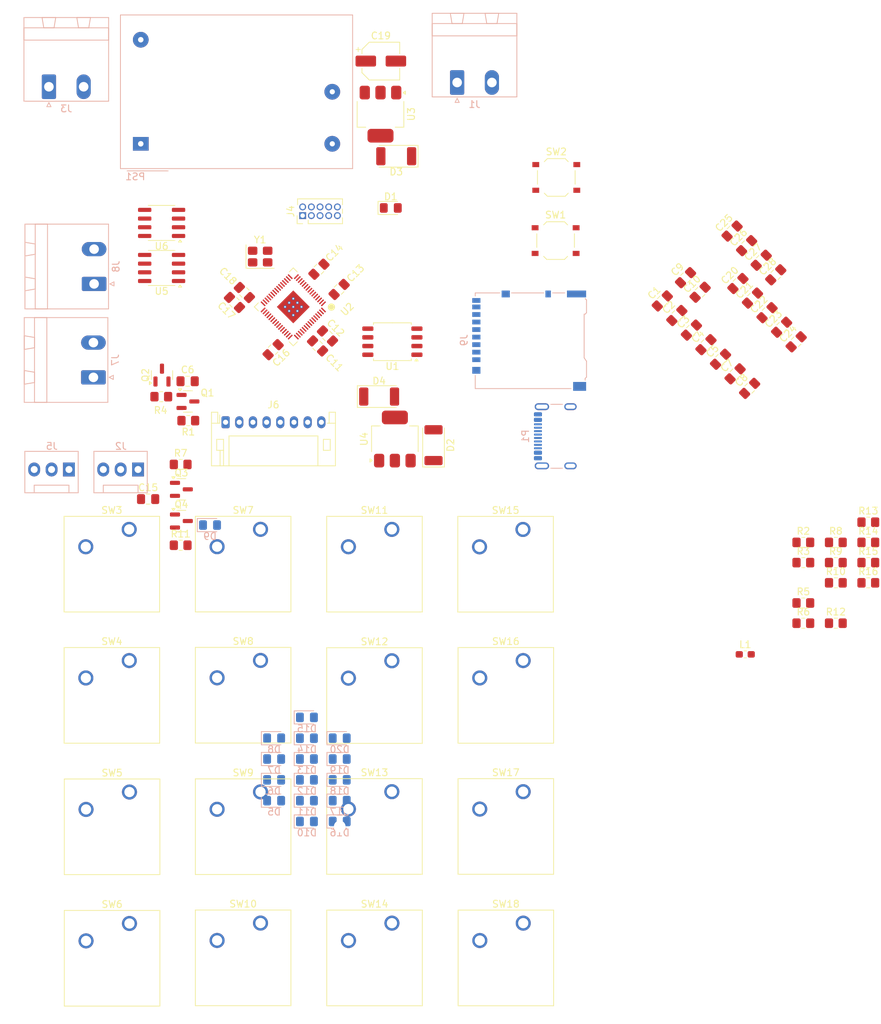
<source format=kicad_pcb>
(kicad_pcb (version 20241229) (generator "pcbnew") (generator_version "9.0")
  (layers (0 "F.Cu" signal) (2 "B.Cu" signal) (13 "F.Paste" user) (15 "B.Paste" user) (5 "F.SilkS" user "F.Silkscreen") (7 "B.SilkS" user "B.Silkscreen") (1 "F.Mask" user) (3 "B.Mask" user) (25 "Edge.Cuts" user))
  (net 0 "")
  (net 1 "+3V3")
  (net 2 "GND")
  (net 3 "+1V1")
  (net 4 "Net-(U2-VREG_AVDD)")
  (net 5 "Net-(U2-XIN)")
  (net 6 "Net-(C5-Pad1)")
  (net 7 "Net-(Q1-C)")
  (net 8 "Net-(Q3-C)")
  (net 9 "+12V")
  (net 10 "+5V")
  (net 11 "Net-(D3-A)")
  (net 12 "Net-(D4-A)")
  (net 13 "Net-(J7-Pin_1)")
  (net 14 "Net-(J7-Pin_2)")
  (net 15 "Net-(J8-Pin_1)")
  (net 16 "Net-(J8-Pin_2)")
  (net 17 "Net-(D1-A)")
  (net 18 "VBUS")
  (net 19 "KEYPAD_ROW_0")
  (net 20 "Net-(D5-A)")
  (net 21 "Net-(D6-A)")
  (net 22 "KEYPAD_ROW_1")
  (net 23 "KEYPAD_ROW_2")
  (net 24 "Net-(D7-A)")
  (net 25 "Net-(D8-A)")
  (net 26 "KEYPAD_ROW_3")
  (net 27 "Net-(D9-A)")
  (net 28 "Net-(D10-A)")
  (net 29 "Net-(D11-A)")
  (net 30 "Net-(D12-A)")
  (net 31 "Net-(D13-A)")
  (net 32 "Net-(D14-A)")
  (net 33 "Net-(D15-A)")
  (net 34 "Net-(D16-A)")
  (net 35 "Net-(D17-A)")
  (net 36 "Net-(D18-A)")
  (net 37 "Net-(D19-A)")
  (net 38 "Net-(D20-A)")
  (net 39 "Net-(J3-Pin_1)")
  (net 40 "USR_PWM_0_AUX")
  (net 41 "Net-(J2-Pin_2)")
  (net 42 "Net-(J3-Pin_2)")
  (net 43 "RESET")
  (net 46 "SWCLK")
  (net 48 "SWIO")
  (net 49 "Net-(J5-Pin_2)")
  (net 50 "USR_PWM_1_AUX")
  (net 51 "DISPLAY_RST")
  (net 52 "DISPLAY_BL")
  (net 53 "DISPLAY_SPI_SCK")
  (net 54 "DISPLAY_SPI_CS")
  (net 55 "DISPLAY_SPI_MOSI")
  (net 56 "DISPLAY_SPI_DS")
  (net 59 "SPI_MISO")
  (net 60 "SPI_SCK")
  (net 61 "SPI_MOSI")
  (net 62 "SPI_SD_CS")
  (net 64 "Net-(U2-VREG_LX)")
  (net 65 "Net-(P1-CC)")
  (net 67 "D+")
  (net 68 "D-")
  (net 69 "Net-(Q1-B)")
  (net 70 "Net-(Q2-B)")
  (net 71 "Net-(Q3-B)")
  (net 72 "Net-(Q4-B)")
  (net 73 "USR_PWM_0")
  (net 74 "Net-(R3-Pad2)")
  (net 75 "QSPI_SS")
  (net 76 "Net-(R5-Pad2)")
  (net 77 "Net-(U2-XOUT)")
  (net 78 "USR_PWM_1")
  (net 79 "Net-(U2-USB_DP)")
  (net 80 "Net-(U2-USB_DM)")
  (net 81 "Net-(U2-GPIO25)")
  (net 82 "KEYPAD_COL_0")
  (net 83 "KEYPAD_COL_1")
  (net 84 "KEYPAD_COL_2")
  (net 85 "KEYPAD_COL_3")
  (net 86 "QSPI_SDCLK")
  (net 87 "QSPI_SD2")
  (net 88 "QSPI_SD1")
  (net 89 "QSPI_SD3")
  (net 90 "QSPI_SD0")
  (net 92 "SPI_THERMAL_2_CS")
  (net 93 "SSR_SWITCH")
  (net 97 "SPI_THERMAL_1_CS")
  (net 98 "SPI_THERMAL_MISO")
  (net 100 "SPI_THERMAL_SCK")
  (footprint "Capacitor_SMD:C_0805_2012Metric_Pad1.18x1.45mm_HandSolder" (layer "F.Cu") (at 134.647265 75.732387 45)
    (property "Reference" "C1" (at 0 -1.679999 45) (layer "F.SilkS"))
    (property "Value" "4.7uF")
    (pad "1" smd roundrect (at -1.0375 0 45) (size 1.175 1.45) (layers "F.Cu" "F.Mask" "F.Paste") (roundrect_rratio 0.212766) (net 1 "+3V3"))
    (pad "2" smd roundrect (at 1.0375 0 45) (size 1.175 1.45) (layers "F.Cu" "F.Mask" "F.Paste") (roundrect_rratio 0.212766) (net 2 "GND"))
  )
  (footprint "Capacitor_SMD:C_0805_2012Metric_Pad1.18x1.45mm_HandSolder" (layer "F.Cu") (at 77.75 82.85 -135)
    (property "Reference" "C16" (at 0 -1.679999 45) (layer "F.SilkS"))
    (property "Value" "100nF")
    (pad "1" smd roundrect (at -1.0375 0 225) (size 1.175 1.45) (layers "F.Cu" "F.Mask" "F.Paste") (roundrect_rratio 0.212766) (net 1 "+3V3"))
    (pad "2" smd roundrect (at 1.0375 0 225) (size 1.175 1.45) (layers "F.Cu" "F.Mask" "F.Paste") (roundrect_rratio 0.212766) (net 2 "GND"))
  )
  (footprint "Package_TO_SOT_SMD:SOT-23" (layer "F.Cu") (at 61.5 86.5625 90)
    (property "Reference" "Q2" (at 0 -2.4 90) (layer "F.SilkS"))
    (property "Value" "PNP")
    (pad "1" smd roundrect (at -0.9375 -0.95 90) (size 1.475 0.6) (layers "F.Cu" "F.Mask" "F.Paste") (net 41 "Net-(J2-Pin_2)"))
    (pad "2" smd roundrect (at -0.9375 0.95 90) (size 1.475 0.6) (layers "F.Cu" "F.Mask" "F.Paste") (net 70 "Net-(Q2-B)"))
    (pad "3" smd roundrect (at 0.9375 0 90) (size 1.475 0.6) (layers "F.Cu" "F.Mask" "F.Paste") (net 9 "+12V"))
  )
  (footprint "Resistor_SMD:R_0805_2012Metric_Pad1.20x1.40mm_HandSolder" (layer "F.Cu") (at 64.2325 111.4125)
    (property "Reference" "R11" (at 0 -1.65 0) (layer "F.SilkS"))
    (property "Value" "1k")
    (pad "1" smd roundrect (at -1 0) (size 1.2 1.4) (layers "F.Cu" "F.Mask" "F.Paste") (roundrect_rratio 0.208333) (net 72 "Net-(Q4-B)"))
    (pad "2" smd roundrect (at 1 0) (size 1.2 1.4) (layers "F.Cu" "F.Mask" "F.Paste") (roundrect_rratio 0.208333) (net 8 "Net-(Q3-C)"))
  )
  (footprint "Resistor_SMD:R_0805_2012Metric_Pad1.20x1.40mm_HandSolder" (layer "F.Cu") (at 155.27 111)
    (property "Reference" "R2" (at 0 -1.65 0) (layer "F.SilkS"))
    (property "Value" "33")
    (pad "1" smd roundrect (at -1 0) (size 1.2 1.4) (layers "F.Cu" "F.Mask" "F.Paste") (roundrect_rratio 0.208333) (net 4 "Net-(U2-VREG_AVDD)"))
    (pad "2" smd roundrect (at 1 0) (size 1.2 1.4) (layers "F.Cu" "F.Mask" "F.Paste") (roundrect_rratio 0.208333) (net 1 "+3V3"))
  )
  (footprint "Capacitor_SMD:C_0805_2012Metric_Pad1.18x1.45mm_HandSolder" (layer "F.Cu") (at 87.4 74.05 45)
    (property "Reference" "C13" (at 3.358757 0.035355 45) (layer "F.SilkS"))
    (property "Value" "100nF")
    (pad "1" smd roundrect (at -1.0375 0 45) (size 1.175 1.45) (layers "F.Cu" "F.Mask" "F.Paste") (roundrect_rratio 0.212766) (net 1 "+3V3"))
    (pad "2" smd roundrect (at 1.0375 0 45) (size 1.175 1.45) (layers "F.Cu" "F.Mask" "F.Paste") (roundrect_rratio 0.212766) (net 2 "GND"))
  )
  (footprint "Capacitor_SMD:C_0805_2012Metric_Pad1.18x1.45mm_HandSolder" (layer "F.Cu") (at 140.17684 74.459594 45)
    (property "Reference" "C10" (at 0 -1.679999 45) (layer "F.SilkS"))
    (property "Value" "100nF")
    (pad "1" smd roundrect (at -1.0375 0 45) (size 1.175 1.45) (layers "F.Cu" "F.Mask" "F.Paste") (roundrect_rratio 0.212766) (net 3 "+1V1"))
    (pad "2" smd roundrect (at 1.0375 0 45) (size 1.175 1.45) (layers "F.Cu" "F.Mask" "F.Paste") (roundrect_rratio 0.212766) (net 2 "GND"))
  )
  (footprint "Button_Switch_Keyboard:SW_Cherry_MX_1.00u_PCB" (layer "F.Cu") (at 56.75 147.4575)
    (property "Reference" "SW5" (at -2.54 -2.794 0) (layer "F.SilkS"))
    (property "Value" "SW_Push")
    (pad "" np_thru_hole circle (at -7.62 5.08) (size 1.7 1.7) (drill 1.7) (layers "*.Cu" "*.Mask"))
    (pad "" np_thru_hole circle (at -2.54 5.08) (size 4 4) (drill 4) (layers "*.Cu" "*.Mask"))
    (pad "" np_thru_hole circle (at 2.54 5.08) (size 1.7 1.7) (drill 1.7) (layers "*.Cu" "*.Mask"))
    (pad "1" thru_hole circle (at 0 0) (size 2.2 2.2) (drill 1.5) (layers "*.Cu" "*.Mask") (net 82 "KEYPAD_COL_0"))
    (pad "2" thru_hole circle (at -6.35 2.54) (size 2.2 2.2) (drill 1.5) (layers "*.Cu" "*.Mask") (net 24 "Net-(D7-A)"))
  )
  (footprint "Button_Switch_Keyboard:SW_Cherry_MX_1.00u_PCB" (layer "F.Cu") (at 95.11 147.4075)
    (property "Reference" "SW13" (at -2.54 -2.794 0) (layer "F.SilkS"))
    (property "Value" "SW_Push")
    (pad "" np_thru_hole circle (at -7.62 5.08) (size 1.7 1.7) (drill 1.7) (layers "*.Cu" "*.Mask"))
    (pad "" np_thru_hole circle (at -2.54 5.08) (size 4 4) (drill 4) (layers "*.Cu" "*.Mask"))
    (pad "" np_thru_hole circle (at 2.54 5.08) (size 1.7 1.7) (drill 1.7) (layers "*.Cu" "*.Mask"))
    (pad "1" thru_hole circle (at 0 0) (size 2.2 2.2) (drill 1.5) (layers "*.Cu" "*.Mask") (net 84 "KEYPAD_COL_2"))
    (pad "2" thru_hole circle (at -6.35 2.54) (size 2.2 2.2) (drill 1.5) (layers "*.Cu" "*.Mask") (net 33 "Net-(D15-A)"))
  )
  (footprint "Capacitor_SMD:C_0805_2012Metric_Pad1.18x1.45mm_HandSolder" (layer "F.Cu") (at 147.417613 88.502735 45)
    (property "Reference" "C8" (at 0 -1.679999 45) (layer "F.SilkS"))
    (property "Value" "100nF")
    (pad "1" smd roundrect (at -1.0375 0 45) (size 1.175 1.45) (layers "F.Cu" "F.Mask" "F.Paste") (roundrect_rratio 0.212766) (net 3 "+1V1"))
    (pad "2" smd roundrect (at 1.0375 0 45) (size 1.175 1.45) (layers "F.Cu" "F.Mask" "F.Paste") (roundrect_rratio 0.212766) (net 2 "GND"))
  )
  (footprint "Resistor_SMD:R_0805_2012Metric_Pad1.20x1.40mm_HandSolder" (layer "F.Cu") (at 160.02 113.95)
    (property "Reference" "R9" (at 0 -1.65 0) (layer "F.SilkS"))
    (property "Value" "27")
    (pad "1" smd roundrect (at -1 0) (size 1.2 1.4) (layers "F.Cu" "F.Mask" "F.Paste") (roundrect_rratio 0.208333) (net 80 "Net-(U2-USB_DM)"))
    (pad "2" smd roundrect (at 1 0) (size 1.2 1.4) (layers "F.Cu" "F.Mask" "F.Paste") (roundrect_rratio 0.208333) (net 68 "D-"))
  )
  (footprint "Button_Switch_Keyboard:SW_Cherry_MX_1.00u_PCB" (layer "F.Cu") (at 114.31 147.4075)
    (property "Reference" "SW17" (at -2.54 -2.794 0) (layer "F.SilkS"))
    (property "Value" "SW_Push")
    (pad "" np_thru_hole circle (at -7.62 5.08) (size 1.7 1.7) (drill 1.7) (layers "*.Cu" "*.Mask"))
    (pad "" np_thru_hole circle (at -2.54 5.08) (size 4 4) (drill 4) (layers "*.Cu" "*.Mask"))
    (pad "" np_thru_hole circle (at 2.54 5.08) (size 1.7 1.7) (drill 1.7) (layers "*.Cu" "*.Mask"))
    (pad "1" thru_hole circle (at 0 0) (size 2.2 2.2) (drill 1.5) (layers "*.Cu" "*.Mask") (net 85 "KEYPAD_COL_3"))
    (pad "2" thru_hole circle (at -6.35 2.54) (size 2.2 2.2) (drill 1.5) (layers "*.Cu" "*.Mask") (net 37 "Net-(D19-A)"))
  )
  (footprint "Diode_SMD:D_2010_5025Metric" (layer "F.Cu") (at 95.75 54.6 180)
    (property "Reference" "D3" (at 0 -2.28 0) (layer "F.SilkS"))
    (property "Value" "D")
    (pad "1" smd roundrect (at -2.25 0 180) (size 1.35 2.65) (layers "F.Cu" "F.Mask" "F.Paste") (roundrect_rratio 0.185185) (net 10 "+5V"))
    (pad "2" smd roundrect (at 2.25 0 180) (size 1.35 2.65) (layers "F.Cu" "F.Mask" "F.Paste") (roundrect_rratio 0.185185) (net 11 "Net-(D3-A)"))
  )
  (footprint "Button_Switch_Keyboard:SW_Cherry_MX_1.00u_PCB" (layer "F.Cu") (at 114.31 128.2575)
    (property "Reference" "SW16" (at -2.54 -2.794 0) (layer "F.SilkS"))
    (property "Value" "SW_Push")
    (pad "" np_thru_hole circle (at -7.62 5.08) (size 1.7 1.7) (drill 1.7) (layers "*.Cu" "*.Mask"))
    (pad "" np_thru_hole circle (at -2.54 5.08) (size 4 4) (drill 4) (layers "*.Cu" "*.Mask"))
    (pad "" np_thru_hole circle (at 2.54 5.08) (size 1.7 1.7) (drill 1.7) (layers "*.Cu" "*.Mask"))
    (pad "1" thru_hole circle (at 0 0) (size 2.2 2.2) (drill 1.5) (layers "*.Cu" "*.Mask") (net 85 "KEYPAD_COL_3"))
    (pad "2" thru_hole circle (at -6.35 2.54) (size 2.2 2.2) (drill 1.5) (layers "*.Cu" "*.Mask") (net 36 "Net-(D18-A)"))
  )
  (footprint "Button_Switch_Keyboard:SW_Cherry_MX_1.00u_PCB" (layer "F.Cu") (at 75.91 109.0875)
    (property "Reference" "SW7" (at -2.54 -2.794 0) (layer "F.SilkS"))
    (property "Value" "SW_Push")
    (pad "" np_thru_hole circle (at -7.62 5.08) (size 1.7 1.7) (drill 1.7) (layers "*.Cu" "*.Mask"))
    (pad "" np_thru_hole circle (at -2.54 5.08) (size 4 4) (drill 4) (layers "*.Cu" "*.Mask"))
    (pad "" np_thru_hole circle (at 2.54 5.08) (size 1.7 1.7) (drill 1.7) (layers "*.Cu" "*.Mask"))
    (pad "1" thru_hole circle (at 0 0) (size 2.2 2.2) (drill 1.5) (layers "*.Cu" "*.Mask") (net 83 "KEYPAD_COL_1"))
    (pad "2" thru_hole circle (at -6.35 2.54) (size 2.2 2.2) (drill 1.5) (layers "*.Cu" "*.Mask") (net 27 "Net-(D9-A)"))
  )
  (footprint "Button_Switch_Keyboard:SW_Cherry_MX_1.00u_PCB" (layer "F.Cu") (at 56.75 166.6575)
    (property "Reference" "SW6" (at -2.54 -2.794 0) (layer "F.SilkS"))
    (property "Value" "SW_Push")
    (pad "" np_thru_hole circle (at -7.62 5.08) (size 1.7 1.7) (drill 1.7) (layers "*.Cu" "*.Mask"))
    (pad "" np_thru_hole circle (at -2.54 5.08) (size 4 4) (drill 4) (layers "*.Cu" "*.Mask"))
    (pad "" np_thru_hole circle (at 2.54 5.08) (size 1.7 1.7) (drill 1.7) (layers "*.Cu" "*.Mask"))
    (pad "1" thru_hole circle (at 0 0) (size 2.2 2.2) (drill 1.5) (layers "*.Cu" "*.Mask") (net 82 "KEYPAD_COL_0"))
    (pad "2" thru_hole circle (at -6.35 2.54) (size 2.2 2.2) (drill 1.5) (layers "*.Cu" "*.Mask") (net 25 "Net-(D8-A)"))
  )
  (footprint "Button_Switch_Keyboard:SW_Cherry_MX_1.00u_PCB" (layer "F.Cu") (at 75.91 147.4375)
    (property "Reference" "SW9" (at -2.54 -2.794 0) (layer "F.SilkS"))
    (property "Value" "SW_Push")
    (pad "" np_thru_hole circle (at -7.62 5.08) (size 1.7 1.7) (drill 1.7) (layers "*.Cu" "*.Mask"))
    (pad "" np_thru_hole circle (at -2.54 5.08) (size 4 4) (drill 4) (layers "*.Cu" "*.Mask"))
    (pad "" np_thru_hole circle (at 2.54 5.08) (size 1.7 1.7) (drill 1.7) (layers "*.Cu" "*.Mask"))
    (pad "1" thru_hole circle (at 0 0) (size 2.2 2.2) (drill 1.5) (layers "*.Cu" "*.Mask") (net 83 "KEYPAD_COL_1"))
    (pad "2" thru_hole circle (at -6.35 2.54) (size 2.2 2.2) (drill 1.5) (layers "*.Cu" "*.Mask") (net 29 "Net-(D11-A)"))
  )
  (footprint "Resistor_SMD:R_0805_2012Metric_Pad1.20x1.40mm_HandSolder" (layer "F.Cu") (at 64.2325 99.6125)
    (property "Reference" "R7" (at 0 -1.65 0) (layer "F.SilkS"))
    (property "Value" "5k")
    (pad "1" smd roundrect (at -1 0) (size 1.2 1.4) (layers "F.Cu" "F.Mask" "F.Paste") (roundrect_rratio 0.208333) (net 78 "USR_PWM_1"))
    (pad "2" smd roundrect (at 1 0) (size 1.2 1.4) (layers "F.Cu" "F.Mask" "F.Paste") (roundrect_rratio 0.208333) (net 71 "Net-(Q3-B)"))
  )
  (footprint "Diode_SMD:D_2010_5025Metric" (layer "F.Cu") (at 93.25 89.7)
    (property "Reference" "D4" (at 0 -2.28 0) (layer "F.SilkS"))
    (property "Value" "D")
    (pad "1" smd roundrect (at -2.25 0) (size 1.35 2.65) (layers "F.Cu" "F.Mask" "F.Paste") (roundrect_rratio 0.185185) (net 1 "+3V3"))
    (pad "2" smd roundrect (at 2.25 0) (size 1.35 2.65) (layers "F.Cu" "F.Mask" "F.Paste") (roundrect_rratio 0.185185) (net 12 "Net-(D4-A)"))
  )
  (footprint "Button_Switch_Keyboard:SW_Cherry_MX_1.00u_PCB" (layer "F.Cu") (at 56.71 109.0975)
    (property "Reference" "SW3" (at -2.54 -2.794 0) (layer "F.SilkS"))
    (property "Value" "SW_Push")
    (pad "" np_thru_hole circle (at -7.62 5.08) (size 1.7 1.7) (drill 1.7) (layers "*.Cu" "*.Mask"))
    (pad "" np_thru_hole circle (at -2.54 5.08) (size 4 4) (drill 4) (layers "*.Cu" "*.Mask"))
    (pad "" np_thru_hole circle (at 2.54 5.08) (size 1.7 1.7) (drill 1.7) (layers "*.Cu" "*.Mask"))
    (pad "1" thru_hole circle (at 0 0) (size 2.2 2.2) (drill 1.5) (layers "*.Cu" "*.Mask") (net 82 "KEYPAD_COL_0"))
    (pad "2" thru_hole circle (at -6.35 2.54) (size 2.2 2.2) (drill 1.5) (layers "*.Cu" "*.Mask") (net 20 "Net-(D5-A)"))
  )
  (footprint "Inductor_SMD:L_0603_1608Metric_Pad1.05x0.95mm_HandSolder" (layer "F.Cu") (at 146.775 127.35)
    (property "Reference" "L1" (at 0 -1.43 0) (layer "F.SilkS"))
    (property "Value" "3.3uH")
    (pad "1" smd roundrect (at -0.875 0) (size 1.05 0.95) (layers "F.Cu" "F.Mask" "F.Paste") (net 3 "+1V1"))
    (pad "2" smd roundrect (at 0.875 0) (size 1.05 0.95) (layers "F.Cu" "F.Mask" "F.Paste") (net 64 "Net-(U2-VREG_LX)"))
  )
  (footprint "Button_Switch_Keyboard:SW_Cherry_MX_1.00u_PCB" (layer "F.Cu") (at 56.72 128.2575)
    (property "Reference" "SW4" (at -2.54 -2.794 0) (layer "F.SilkS"))
    (property "Value" "SW_Push")
    (pad "" np_thru_hole circle (at -7.62 5.08) (size 1.7 1.7) (drill 1.7) (layers "*.Cu" "*.Mask"))
    (pad "" np_thru_hole circle (at -2.54 5.08) (size 4 4) (drill 4) (layers "*.Cu" "*.Mask"))
    (pad "" np_thru_hole circle (at 2.54 5.08) (size 1.7 1.7) (drill 1.7) (layers "*.Cu" "*.Mask"))
    (pad "1" thru_hole circle (at 0 0) (size 2.2 2.2) (drill 1.5) (layers "*.Cu" "*.Mask") (net 82 "KEYPAD_COL_0"))
    (pad "2" thru_hole circle (at -6.35 2.54) (size 2.2 2.2) (drill 1.5) (layers "*.Cu" "*.Mask") (net 21 "Net-(D6-A)"))
  )
  (footprint "Connector_PinHeader_1.27mm:PinHeader_2x05_P1.27mm_Vertical" (layer "F.Cu") (at 82.07 63.27 90)
    (property "Reference" "J4" (at 0.635 -1.745 90) (layer "F.SilkS"))
    (property "Value" "AVR-JTAG-10")
    (pad "1" thru_hole rect (at 0 0 90) (size 1 1) (drill 0.65) (layers "*.Cu" "*.Mask") (net 46 "SWCLK"))
    (pad "2" thru_hole circle (at 1.27 0 90) (size 1 1) (drill 0.65) (layers "*.Cu" "*.Mask") (net 2 "GND"))
    (pad "3" thru_hole circle (at 0 1.27 90) (size 1 1) (drill 0.65) (layers "*.Cu" "*.Mask"))
    (pad "4" thru_hole circle (at 1.27 1.27 90) (size 1 1) (drill 0.65) (layers "*.Cu" "*.Mask") (net 18 "VBUS"))
    (pad "5" thru_hole circle (at 0 2.54 90) (size 1 1) (drill 0.65) (layers "*.Cu" "*.Mask") (net 48 "SWIO"))
    (pad "6" thru_hole circle (at 1.27 2.54 90) (size 1 1) (drill 0.65) (layers "*.Cu" "*.Mask") (net 43 "RESET"))
    (pad "7" thru_hole circle (at 0 3.81 90) (size 1 1) (drill 0.65) (layers "*.Cu" "*.Mask") (net 18 "VBUS"))
    (pad "8" thru_hole circle (at 1.27 3.81 90) (size 1 1) (drill 0.65) (layers "*.Cu" "*.Mask"))
    (pad "9" thru_hole circle (at 0 5.08 90) (size 1 1) (drill 0.65) (layers "*.Cu" "*.Mask"))
    (pad "10" thru_hole circle (at 1.27 5.08 90) (size 1 1) (drill 0.65) (layers "*.Cu" "*.Mask") (net 2 "GND"))
  )
  (footprint "Package_TO_SOT_SMD:SOT-23" (layer "F.Cu") (at 65.3 90.4125)
    (property "Reference" "Q1" (at 2.85 -1.25 0) (layer "F.SilkS"))
    (property "Value" "NPN")
    (pad "1" smd roundrect (at -0.9375 -0.95) (size 1.475 0.6) (layers "F.Cu" "F.Mask" "F.Paste") (net 7 "Net-(Q1-C)"))
    (pad "2" smd roundrect (at -0.9375 0.95) (size 1.475 0.6) (layers "F.Cu" "F.Mask" "F.Paste") (net 69 "Net-(Q1-B)"))
    (pad "3" smd roundrect (at 0.9375 0) (size 1.475 0.6) (layers "F.Cu" "F.Mask" "F.Paste") (net 2 "GND"))
  )
  (footprint "Button_Switch_Keyboard:SW_Cherry_MX_1.00u_PCB" (layer "F.Cu") (at 75.91 128.2375)
    (property "Reference" "SW8" (at -2.54 -2.794 0) (layer "F.SilkS"))
    (property "Value" "SW_Push")
    (pad "" np_thru_hole circle (at -7.62 5.08) (size 1.7 1.7) (drill 1.7) (layers "*.Cu" "*.Mask"))
    (pad "" np_thru_hole circle (at -2.54 5.08) (size 4 4) (drill 4) (layers "*.Cu" "*.Mask"))
    (pad "" np_thru_hole circle (at 2.54 5.08) (size 1.7 1.7) (drill 1.7) (layers "*.Cu" "*.Mask"))
    (pad "1" thru_hole circle (at 0 0) (size 2.2 2.2) (drill 1.5) (layers "*.Cu" "*.Mask") (net 83 "KEYPAD_COL_1"))
    (pad "2" thru_hole circle (at -6.35 2.54) (size 2.2 2.2) (drill 1.5) (layers "*.Cu" "*.Mask") (net 28 "Net-(D10-A)"))
  )
  (footprint "Capacitor_SMD:C_0805_2012Metric_Pad1.18x1.45mm_HandSolder" (layer "F.Cu") (at 152.091589 79.571976 45)
    (property "Reference" "C23" (at 0 -1.679999 45) (layer "F.SilkS"))
    (property "Value" "10uF")
    (pad "1" smd roundrect (at -1.0375 0 45) (size 1.175 1.45) (layers "F.Cu" "F.Mask" "F.Paste") (roundrect_rratio 0.212766) (net 1 "+3V3"))
    (pad "2" smd roundrect (at 1.0375 0 45) (size 1.175 1.45) (layers "F.Cu" "F.Mask" "F.Paste") (roundrect_rratio 0.212766) (net 2 "GND"))
  )
  (footprint "Package_TO_SOT_SMD:SOT-223-3_TabPin2" (layer "F.Cu") (at 93.45 48.45 -90)
    (property "Reference" "U3" (at 0 -4.5 90) (layer "F.SilkS"))
    (property "Value" "AMS1117")
    (pad "1" smd roundrect (at -3.15 -2.3 270) (size 2 1.5) (layers "F.Cu" "F.Mask" "F.Paste") (net 2 "GND"))
    (pad "2" smd roundrect (at -3.15 0 270) (size 2 1.5) (layers "F.Cu" "F.Mask" "F.Paste") (net 11 "Net-(D3-A)"))
    (pad "2" smd roundrect (at 3.15 0 270) (size 2 3.8) (layers "F.Cu" "F.Mask" "F.Paste") (net 11 "Net-(D3-A)"))
    (pad "3" smd roundrect (at -3.15 2.3 270) (size 2 1.5) (layers "F.Cu" "F.Mask" "F.Paste") (net 9 "+12V"))
  )
  (footprint "Package_SO:SOIC-8_3.9x4.9mm_P1.27mm" (layer "F.Cu") (at 61.45 70.9175 180)
    (property "Reference" "U5" (at 0 -3.4 0) (layer "F.SilkS"))
    (property "Value" "MAX31855KASA")
    (pad "1" smd roundrect (at -2.475 -1.905 180) (size 1.95 0.6) (layers "F.Cu" "F.Mask" "F.Paste") (net 2 "GND"))
    (pad "2" smd roundrect (at -2.475 -0.635 180) (size 1.95 0.6) (layers "F.Cu" "F.Mask" "F.Paste") (net 13 "Net-(J7-Pin_1)"))
    (pad "3" smd roundrect (at -2.475 0.635 180) (size 1.95 0.6) (layers "F.Cu" "F.Mask" "F.Paste") (net 14 "Net-(J7-Pin_2)"))
    (pad "4" smd roundrect (at -2.475 1.905 180) (size 1.95 0.6) (layers "F.Cu" "F.Mask" "F.Paste") (net 1 "+3V3"))
    (pad "5" smd roundrect (at 2.475 1.905 180) (size 1.95 0.6) (layers "F.Cu" "F.Mask" "F.Paste") (net 100 "SPI_THERMAL_SCK"))
    (pad "6" smd roundrect (at 2.475 0.635 180) (size 1.95 0.6) (layers "F.Cu" "F.Mask" "F.Paste") (net 97 "SPI_THERMAL_1_CS"))
    (pad "7" smd roundrect (at 2.475 -0.635 180) (size 1.95 0.6) (layers "F.Cu" "F.Mask" "F.Paste") (net 98 "SPI_THERMAL_MISO"))
    (pad "8" smd roundrect (at 2.475 -1.905 180) (size 1.95 0.6) (layers "F.Cu" "F.Mask" "F.Paste"))
  )
  (footprint "Capacitor_SMD:C_0805_2012Metric_Pad1.18x1.45mm_HandSolder" (layer "F.Cu") (at 145.289222 86.374344 45)
    (property "Reference" "C7" (at 0 -1.679999 45) (layer "F.SilkS"))
    (property "Value" "4.7uF")
    (pad "1" smd roundrect (at -1.0375 0 45) (size 1.175 1.45) (layers "F.Cu" "F.Mask" "F.Paste") (roundrect_rratio 0.212766) (net 3 "+1V1"))
    (pad "2" smd roundrect (at 1.0375 0 45) (size 1.175 1.45) (layers "F.Cu" "F.Mask" "F.Paste") (roundrect_rratio 0.212766) (net 2 "GND"))
  )
  (footprint "Capacitor_SMD:C_0805_2012Metric_Pad1.18x1.45mm_HandSolder" (layer "F.Cu") (at 72.1 75.95 135)
    (property "Reference" "C17" (at 0 -1.679999 135) (layer "F.SilkS"))
    (property "Value" "100nF")
    (pad "1" smd roundrect (at -1.0375 0 135) (size 1.175 1.45) (layers "F.Cu" "F.Mask" "F.Paste") (roundrect_rratio 0.212766) (net 1 "+3V3"))
    (pad "2" smd roundrect (at 1.0375 0 135) (size 1.175 1.45) (layers "F.Cu" "F.Mask" "F.Paste") (roundrect_rratio 0.212766) (net 2 "GND"))
  )
  (footprint "Button_Switch_SMD:SW_Push_1P1T_XKB_TS-1187A" (layer "F.Cu") (at 119.05 66.9175)
    (property "Reference" "SW1" (at 0 -3.75 0) (layer "F.SilkS"))
    (property "Value" "SW_Push")
    (pad "1" smd rect (at -3 -1.875) (size 1 0.75) (layers "F.Cu" "F.Mask" "F.Paste") (net 2 "GND"))
    (pad "1" smd rect (at 3 -1.875) (size 1 0.75) (layers "F.Cu" "F.Mask" "F.Paste") (net 2 "GND"))
    (pad "2" smd rect (at -3 1.875) (size 1 0.75) (layers "F.Cu" "F.Mask" "F.Paste") (net 74 "Net-(R3-Pad2)"))
    (pad "2" smd rect (at 3 1.875) (size 1 0.75) (layers "F.Cu" "F.Mask" "F.Paste") (net 74 "Net-(R3-Pad2)"))
  )
  (footprint "Capacitor_SMD:C_0805_2012Metric_Pad1.18x1.45mm_HandSolder" (layer "F.Cu") (at 73.55 74.5 135)
    (property "Reference" "C18" (at 3.394113 0 135) (layer "F.SilkS"))
    (property "Value" "100nF")
    (pad "1" smd roundrect (at -1.0375 0 135) (size 1.175 1.45) (layers "F.Cu" "F.Mask" "F.Paste") (roundrect_rratio 0.212766) (net 1 "+3V3"))
    (pad "2" smd roundrect (at 1.0375 0 135) (size 1.175 1.45) (layers "F.Cu" "F.Mask" "F.Paste") (roundrect_rratio 0.212766) (net 2 "GND"))
  )
  (footprint "Button_Switch_Keyboard:SW_Cherry_MX_1.00u_PCB" (layer "F.Cu") (at 95.11 128.2875)
    (property "Reference" "SW12" (at -2.54 -2.794 0) (layer "F.SilkS"))
    (property "Value" "SW_Push")
    (pad "" np_thru_hole circle (at -7.62 5.08) (size 1.7 1.7) (drill 1.7) (layers "*.Cu" "*.Mask"))
    (pad "" np_thru_hole circle (at -2.54 5.08) (size 4 4) (drill 4) (layers "*.Cu" "*.Mask"))
    (pad "" np_thru_hole circle (at 2.54 5.08) (size 1.7 1.7) (drill 1.7) (layers "*.Cu" "*.Mask"))
    (pad "1" thru_hole circle (at 0 0) (size 2.2 2.2) (drill 1.5) (layers "*.Cu" "*.Mask") (net 84 "KEYPAD_COL_2"))
    (pad "2" thru_hole circle (at -6.35 2.54) (size 2.2 2.2) (drill 1.5) (layers "*.Cu" "*.Mask") (net 32 "Net-(D14-A)"))
  )
  (footprint "Capacitor_SMD:CP_Elec_5x4.4" (layer "F.Cu") (at 93.5 40.7)
    (property "Reference" "C19" (at 0 -3.7 0) (layer "F.SilkS"))
    (property "Value" "10uF")
    (pad "1" smd roundrect (at -2.2 0) (size 3 1.6) (layers "F.Cu" "F.Mask" "F.Paste") (roundrect_rratio 0.15625) (net 9 "+12V"))
    (pad "2" smd roundrect (at 2.2 0) (size 3 1.6) (layers "F.Cu" "F.Mask" "F.Paste") (roundrect_rratio 0.15625) (net 2 "GND"))
  )
  (footprint "Capacitor_SMD:C_0805_2012Metric_Pad1.18x1.45mm_HandSolder" (layer "F.Cu") (at 144.850816 65.528836 45)
    (property "Reference" "C25" (at 0 -1.679999 45) (layer "F.SilkS"))
    (property "Value" "0.1uF")
    (pad "1" smd roundrect (at -1.0375 0 45) (size 1.175 1.45) (layers "F.Cu" "F.Mask" "F.Paste") (roundrect_rratio 0.212766) (net 14 "Net-(J7-Pin_2)"))
    (pad "2" smd roundrect (at 1.0375 0 45) (size 1.175 1.45) (layers "F.Cu" "F.Mask" "F.Paste") (roundrect_rratio 0.212766) (net 13 "Net-(J7-Pin_1)"))
  )
  (footprint "Package_TO_SOT_SMD:SOT-223-3_TabPin2" (layer "F.Cu") (at 95.55 95.9 90)
    (property "Reference" "U4" (at 0 -4.5 90) (layer "F.SilkS"))
    (property "Value" "NCP1117-3.3_SOT223")
    (pad "1" smd roundrect (at -3.15 -2.3 90) (size 2 1.5) (layers "F.Cu" "F.Mask" "F.Paste") (net 2 "GND"))
    (pad "2" smd roundrect (at -3.15 0 90) (size 2 1.5) (layers "F.Cu" "F.Mask" "F.Paste") (net 12 "Net-(D4-A)"))
    (pad "2" smd roundrect (at 3.15 0 90) (size 2 3.8) (layers "F.Cu" "F.Mask" "F.Paste") (net 12 "Net-(D4-A)"))
    (pad "3" smd roundrect (at -3.15 2.3 90) (size 2 1.5) (layers "F.Cu" "F.Mask" "F.Paste") (net 10 "+5V"))
  )
  (footprint "Capacitor_SMD:C_0805_2012Metric_Pad1.18x1.45mm_HandSolder" (layer "F.Cu") (at 59.4775 104.6725)
    (property "Reference" "C15" (at 0 -1.68 0) (layer "F.SilkS"))
    (property "Value" "100nF")
    (pad "1" smd roundrect (at -1.0375 0) (size 1.175 1.45) (layers "F.Cu" "F.Mask" "F.Paste") (roundrect_rratio 0.212766) (net 8 "Net-(Q3-C)"))
    (pad "2" smd roundrect (at 1.0375 0) (size 1.175 1.45) (layers "F.Cu" "F.Mask" "F.Paste") (roundrect_rratio 0.212766) (net 2 "GND"))
  )
  (footprint "Resistor_SMD:R_0805_2012Metric_Pad1.20x1.40mm_HandSolder" (layer "F.Cu") (at 65.35 93.2125 180)
    (property "Reference" "R1" (at 0 -1.65 0) (layer "F.SilkS"))
    (property "Value" "5k")
    (pad "1" smd roundrect (at -1 0 180) (size 1.2 1.4) (layers "F.Cu" "F.Mask" "F.Paste") (roundrect_rratio 0.208333) (net 73 "USR_PWM_0"))
    (pad "2" smd roundrect (at 1 0 180) (size 1.2 1.4) (layers "F.Cu" "F.Mask" "F.Paste") (roundrect_rratio 0.208333) (net 69 "Net-(Q1-B)"))
  )
  (footprint "Resistor_SMD:R_0805_2012Metric_Pad1.20x1.40mm_HandSolder" (layer "F.Cu") (at 155.27 119.85)
    (property "Reference" "R5" (at 0 -1.65 0) (layer "F.SilkS"))
    (property "Value" "1k")
    (pad "1" smd roundrect (at -1 0) (size 1.2 1.4) (layers "F.Cu" "F.Mask" "F.Paste") (roundrect_rratio 0.208333) (net 43 "RESET"))
    (pad "2" smd roundrect (at 1 0) (size 1.2 1.4) (layers "F.Cu" "F.Mask" "F.Paste") (roundrect_rratio 0.208333) (net 76 "Net-(R5-Pad2)"))
  )
  (footprint "Resistor_SMD:R_0805_2012Metric_Pad1.20x1.40mm_HandSolder" (layer "F.Cu") (at 61.4 89.7125)
    (property "Reference" "R4" (at -0.1 2 0) (layer "F.SilkS"))
    (property "Value" "1k")
    (pad "1" smd roundrect (at -1 0) (size 1.2 1.4) (layers "F.Cu" "F.Mask" "F.Paste") (roundrect_rratio 0.208333) (net 70 "Net-(Q2-B)"))
    (pad "2" smd roundrect (at 1 0) (size 1.2 1.4) (layers "F.Cu" "F.Mask" "F.Paste") (roundrect_rratio 0.208333) (net 7 "Net-(Q1-C)"))
  )
  (footprint "Capacitor_SMD:C_0805_2012Metric_Pad1.18x1.45mm_HandSolder" (layer "F.Cu") (at 138.904048 79.989169 45)
    (property "Reference" "C3" (at 0 -1.679999 45) (layer "F.SilkS"))
    (property "Value" "4.7uF")
    (pad "1" smd roundrect (at -1.0375 0 45) (size 1.175 1.45) (layers "F.Cu" "F.Mask" "F.Paste") (roundrect_rratio 0.212766) (net 4 "Net-(U2-VREG_AVDD)"))
    (pad "2" smd roundrect (at 1.0375 0 45) (size 1.175 1.45) (layers "F.Cu" "F.Mask" "F.Paste") (roundrect_rratio 0.212766) (net 2 "GND"))
  )
  (footprint "Button_Switch_Keyboard:SW_Cherry_MX_1.00u_PCB" (layer "F.Cu") (at 114.28 109.1075)
    (property "Reference" "SW15" (at -2.54 -2.794 0) (layer "F.SilkS"))
    (property "Value" "SW_Push")
    (pad "" np_thru_hole circle (at -7.62 5.08) (size 1.7 1.7) (drill 1.7) (layers "*.Cu" "*.Mask"))
    (pad "" np_thru_hole circle (at -2.54 5.08) (size 4 4) (drill 4) (layers "*.Cu" "*.Mask"))
    (pad "" np_thru_hole circle (at 2.54 5.08) (size 1.7 1.7) (drill 1.7) (layers "*.Cu" "*.Mask"))
    (pad "1" thru_hole circle (at 0 0) (size 2.2 2.2) (drill 1.5) (layers "*.Cu" "*.Mask") (net 85 "KEYPAD_COL_3"))
    (pad "2" thru_hole circle (at -6.35 2.54) (size 2.2 2.2) (drill 1.5) (layers "*.Cu" "*.Mask") (net 35 "Net-(D17-A)"))
  )
  (footprint "Capacitor_SMD:C_0805_2012Metric_Pad1.18x1.45mm_HandSolder" (layer "F.Cu") (at 84.25 82.3 -45)
    (property "Reference" "C11" (at 3.464823 0 135) (layer "F.SilkS"))
    (property "Value" "100nF")
    (pad "1" smd roundrect (at -1.0375 0 315) (size 1.175 1.45) (layers "F.Cu" "F.Mask" "F.Paste") (roundrect_rratio 0.212766) (net 1 "+3V3"))
    (pad "2" smd roundrect (at 1.0375 0 315) (size 1.175 1.45) (layers "F.Cu" "F.Mask" "F.Paste") (roundrect_rratio 0.212766) (net 2 "GND"))
  )
  (footprint "Button_Switch_Keyboard:SW_Cherry_MX_1.00u_PCB" (layer "F.Cu") (at 75.91 166.5975)
    (property "Reference" "SW10" (at -2.54 -2.794 0) (layer "F.SilkS"))
    (property "Value" "SW_Push")
    (pad "" np_thru_hole circle (at -7.62 5.08) (size 1.7 1.7) (drill 1.7) (layers "*.Cu" "*.Mask"))
    (pad "" np_thru_hole circle (at -2.54 5.08) (size 4 4) (drill 4) (layers "*.Cu" "*.Mask"))
    (pad "" np_thru_hole circle (at 2.54 5.08) (size 1.7 1.7) (drill 1.7) (layers "*.Cu" "*.Mask"))
    (pad "1" thru_hole circle (at 0 0) (size 2.2 2.2) (drill 1.5) (layers "*.Cu" "*.Mask") (net 83 "KEYPAD_COL_1"))
    (pad "2" thru_hole circle (at -6.35 2.54) (size 2.2 2.2) (drill 1.5) (layers "*.Cu" "*.Mask") (net 30 "Net-(D12-A)"))
  )
  (footprint "Resistor_SMD:R_0805_2012Metric_Pad1.20x1.40mm_HandSolder" (layer "F.Cu") (at 155.27 122.8)
    (property "Reference" "R6" (at 0 -1.65 0) (layer "F.SilkS"))
    (property "Value" "1k")
    (pad "1" smd roundrect (at -1 0) (size 1.2 1.4) (layers "F.Cu" "F.Mask" "F.Paste") (roundrect_rratio 0.208333) (net 6 "Net-(C5-Pad1)"))
    (pad "2" smd roundrect (at 1 0) (size 1.2 1.4) (layers "F.Cu" "F.Mask" "F.Paste") (roundrect_rratio 0.208333) (net 77 "Net-(U2-XOUT)"))
  )
  (footprint "Resistor_SMD:R_0805_2012Metric_Pad1.20x1.40mm_HandSolder" (layer "F.Cu") (at 160.02 111)
    (property "Reference" "R8" (at 0 -1.65 0) (layer "F.SilkS"))
    (property "Value" "27")
    (pad "1" smd roundrect (at -1 0) (size 1.2 1.4) (layers "F.Cu" "F.Mask" "F.Paste") (roundrect_rratio 0.208333) (net 67 "D+"))
    (pad "2" smd roundrect (at 1 0) (size 1.2 1.4) (layers "F.Cu" "F.Mask" "F.Paste") (roundrect_rratio 0.208333) (net 79 "Net-(U2-USB_DP)"))
  )
  (footprint "Capacitor_SMD:C_0805_2012Metric_Pad1.18x1.45mm_HandSolder" (layer "F.Cu") (at 146.979207 67.657227 45)
    (property "Reference" "C26" (at 0 -1.679999 45) (layer "F.SilkS"))
    (property "Value" "0.1uF")
    (pad "1" smd roundrect (at -1.0375 0 45) (size 1.175 1.45) (layers "F.Cu" "F.Mask" "F.Paste") (roundrect_rratio 0.212766) (net 16 "Net-(J8-Pin_2)"))
    (pad "2" smd roundrect (at 1.0375 0 45) (size 1.175 1.45) (layers "F.Cu" "F.Mask" "F.Paste") (roundrect_rratio 0.212766) (net 15 "Net-(J8-Pin_1)"))
  )
  (footprint "Capacitor_SMD:C_0805_2012Metric_Pad1.18x1.45mm_HandSolder" (layer "F.Cu") (at 149.107599 69.785619 45)
    (property "Reference" "C27" (at 0 -1.679999 45) (layer "F.SilkS"))
    (property "Value" "10uF")
    (pad "1" smd roundrect (at -1.0375 0 45) (size 1.175 1.45) (layers "F.Cu" "F.Mask" "F.Paste") (roundrect_rratio 0.212766) (net 1 "+3V3"))
    (pad "2" smd roundrect (at 1.0375 0 45) (size 1.175 1.45) (layers "F.Cu" "F.Mask" "F.Paste") (roundrect_rratio 0.212766) (net 2 "GND"))
  )
  (footprint "Package_TO_SOT_SMD:SOT-23" (layer "F.Cu") (at 64.3375 103.25)
    (property "Reference" "Q3" (at 0 -2.4 0) (layer "F.SilkS"))
    (property "Value" "NPN")
    (pad "1" smd roundrect (at -0.9375 -0.95) (size 1.475 0.6) (layers "F.Cu" "F.Mask" "F.Paste") (net 8 "Net-(Q3-C)"))
    (pad "2" smd roundrect (at -0.9375 0.95) (size 1.475 0.6) (layers "F.Cu" "F.Mask" "F.Paste") (net 71 "Net-(Q3-B)"))
    (pad "3" smd roundrect (at 0.9375 0) (size 1.475 0.6) (layers "F.Cu" "F.Mask" "F.Paste") (net 2 "GND"))
  )
  (footprint "Capacitor_SMD:C_0805_2012Metric_Pad1.18x1.45mm_HandSolder" (layer "F.Cu") (at 145.706415 73.186802 45)
    (property "Reference" "C20" (at 0 -1.679999 45) (layer "F.SilkS"))
    (property "Value" "10uF")
    (pad "1" smd roundrect (at -1.0375 0 45) (size 1.175 1.45) (layers "F.Cu" "F.Mask" "F.Paste") (roundrect_rratio 0.212766) (net 10 "+5V"))
    (pad "2" smd roundrect (at 1.0375 0 45) (size 1.175 1.45) (layers "F.Cu" "F.Mask" "F.Paste") (roundrect_rratio 0.212766) (net 2 "GND"))
  )
  (footprint "Capacitor_SMD:C_0805_2012Metric_Pad1.18x1.45mm_HandSolder" (layer "F.Cu") (at 147.834806 75.315194 45)
    (property "Reference" "C21" (at 0 -1.679999 45) (layer "F.SilkS"))
    (property "Value" "22uF")
    (pad "1" smd roundrect (at -1.0375 0 45) (size 1.175 1.45) (layers "F.Cu" "F.Mask" "F.Paste") (roundrect_rratio 0.212766) (net 11 "Net-(D3-A)"))
    (pad "2" smd roundrect (at 1.0375 0 45) (size 1.175 1.45) (layers "F.Cu" "F.Mask" "F.Paste") (roundrect_rratio 0.212766) (net 2 "GND"))
  )
  (footprint "Button_Switch_Keyboard:SW_Cherry_MX_1.00u_PCB" (layer "F.Cu") (at 95.11 109.0975)
    (property "Reference" "SW11" (at -2.54 -2.794 0) (layer "F.SilkS"))
    (property "Value" "SW_Push")
    (pad "" np_thru_hole circle (at -7.62 5.08) (size 1.7 1.7) (drill 1.7) (layers "*.Cu" "*.Mask"))
    (pad "" np_thru_hole circle (at -2.54 5.08) (size 4 4) (drill 4) (layers "*.Cu" "*.Mask"))
    (pad "" np_thru_hole circle (at 2.54 5.08) (size 1.7 1.7) (drill 1.7) (layers "*.Cu" "*.Mask"))
    (pad "1" thru_hole circle (at 0 0) (size 2.2 2.2) (drill 1.5) (layers "*.Cu" "*.Mask") (net 84 "KEYPAD_COL_2"))
    (pad "2" thru_hole circle (at -6.35 2.54) (size 2.2 2.2) (drill 1.5) (layers "*.Cu" "*.Mask") (net 31 "Net-(D13-A)"))
  )
  (footprint "Capacitor_SMD:C_0805_2012Metric_Pad1.18x1.45mm_HandSolder" (layer "F.Cu") (at 84.45 71.1 45)
    (property "Reference" "C14" (at 3.288047 -0.106066 45) (layer "F.SilkS"))
    (property "Value" "100nF")
    (pad "1" smd roundrect (at -1.0375 0 45) (size 1.175 1.45) (layers "F.Cu" "F.Mask" "F.Paste") (roundrect_rratio 0.212766) (net 1 "+3V3"))
    (pad "2" smd roundrect (at 1.0375 0 45) (size 1.175 1.45) (layers "F.Cu" "F.Mask" "F.Paste") (roundrect_rratio 0.212766) (net 2 "GND"))
  )
  (footprint "Capacitor_SMD:C_0805_2012Metric_Pad1.18x1.45mm_HandSolder" (layer "F.Cu") (at 141.032439 82.117561 45)
    (property "Reference" "C4" (at 0 -1.679999 45) (layer "F.SilkS"))
    (property "Value" "15pF")
    (pad "1" smd roundrect (at -1.0375 0 45) (size 1.175 1.45) (layers "F.Cu" "F.Mask" "F.Paste") (roundrect_rratio 0.212766) (net 2 "GND"))
    (pad "2" smd roundrect (at 1.0375 0 45) (size 1.175 1.45) (layers "F.Cu" "F.Mask" "F.Paste") (roundrect_rratio 0.212766) (net 5 "Net-(U2-XIN)"))
  )
  (footprint "Capacitor_SMD:C_0805_2012Metric_Pad1.18x1.45mm_HandSolder" (layer "F.Cu") (at 85.7 80.85 -45)
    (property "Reference" "C12" (at 0 -1.679999 135) (layer "F.SilkS"))
    (property "Value" "100nF")
    (pad "1" smd roundrect (at -1.0375 0 315) (size 1.175 1.45) (layers "F.Cu" "F.Mask" "F.Paste") (roundrect_rratio 0.212766) (net 1 "+3V3"))
    (pad "2" smd roundrect (at 1.0375 0 315) (size 1.175 1.45) (layers "F.Cu" "F.Mask" "F.Paste") (roundrect_rratio 0.212766) (net 2 "GND"))
  )
  (footprint "Capacitor_SMD:C_0805_2012Metric_Pad1.18x1.45mm_HandSolder" (layer "F.Cu") (at 149.963198 77.443585 45)
    (property "Reference" "C22" (at 0 -1.679999 45) (layer "F.SilkS"))
    (property "Value" "10uF")
    (pad "1" smd roundrect (at -1.0375 0 45) (size 1.175 1.45) (layers "F.Cu" "F.Mask" "F.Paste") (roundrect_rratio 0.212766) (net 12 "Net-(D4-A)"))
    (pad "2" smd roundrect (at 1.0375 0 45) (size 1.175 1.45) (layers "F.Cu" "F.Mask" "F.Paste") (roundrect_rratio 0.212766) (net 2 "GND"))
  )
  (footprint "Resistor_SMD:R_0805_2012Metric_Pad1.20x1.40mm_HandSolder" (layer "F.Cu") (at 164.77 116.9)
    (property "Reference" "R16" (at 0 -1.65 0) (layer "F.SilkS"))
    (property "Value" "10k")
    (pad "1" smd roundrect (at -1 0) (size 1.2 1.4) (layers "F.Cu" "F.Mask" "F.Paste") (roundrect_rratio 0.208333) (net 65 "Net-(P1-CC)"))
    (pad "2" smd roundrect (at 1 0) (size 1.2 1.4) (layers "F.Cu" "F.Mask" "F.Paste") (roundrect_rratio 0.208333) (net 18 "VBUS"))
  )
  (footprint "Resistor_SMD:R_0805_2012Metric_Pad1.20x1.40mm_HandSolder" (layer "F.Cu") (at 160.02 122.8)
    (property "Reference" "R12" (at 0 -1.65 0) (layer "F.SilkS"))
    (property "Value" "10k")
    (pad "1" smd roundrect (at -1 0) (size 1.2 1.4) (layers "F.Cu" "F.Mask" "F.Paste") (roundrect_rratio 0.208333) (net 62 "SPI_SD_CS"))
    (pad "2" smd roundrect (at 1 0) (size 1.2 1.4) (layers "F.Cu" "F.Mask" "F.Paste") (roundrect_rratio 0.208333) (net 1 "+3V3"))
  )
  (footprint "Resistor_SMD:R_0805_2012Metric_Pad1.20x1.40mm_HandSolder" (layer "F.Cu") (at 164.77 113.95)
    (property "Reference" "R15" (at 0 -1.65 0) (layer "F.SilkS"))
    (property "Value" "10k")
    (pad "1" smd roundrect (at -1 0) (size 1.2 1.4) (layers "F.Cu" "F.Mask" "F.Paste") (roundrect_rratio 0.208333) (net 59 "SPI_MISO"))
    (pad "2" smd roundrect (at 1 0) (size 1.2 1.4) (layers "F.Cu" "F.Mask" "F.Paste") (roundrect_rratio 0.208333) (net 1 "+3V3"))
  )
  (footprint "Capacitor_SMD:C_0805_2012Metric_Pad1.18x1.45mm_HandSolder" (layer "F.Cu") (at 138.048449 72.331203 45)
    (property "Reference" "C9" (at 0 -1.679999 45) (layer "F.SilkS"))
    (property "Value" "100nF")
    (pad "1" smd roundrect (at -1.0375 0 45) (size 1.175 1.45) (layers "F.Cu" "F.Mask" "F.Paste") (roundrect_rratio 0.212766) (net 1 "+3V3"))
    (pad "2" smd roundrect (at 1.0375 0 45) (size 1.175 1.45) (layers "F.Cu" "F.Mask" "F.Paste") (roundrect_rratio 0.212766) (net 2 "GND"))
  )
  (footprint "Package_SO:SOIC-8_3.9x4.9mm_P1.27mm" (layer "F.Cu") (at 61.45 64.3375 180)
    (property "Reference" "U6" (at 0 -3.4 0) (layer "F.SilkS"))
    (property "Value" "MAX31855KASA")
    (pad "1" smd roundrect (at -2.475 -1.905 180) (size 1.95 0.6) (layers "F.Cu" "F.Mask" "F.Paste") (net 2 "GND"))
    (pad "2" smd roundrect (at -2.475 -0.635 180) (size 1.95 0.6) (layers "F.Cu" "F.Mask" "F.Paste") (net 15 "Net-(J8-Pin_1)"))
    (pad "3" smd roundrect (at -2.475 0.635 180) (size 1.95 0.6) (layers "F.Cu" "F.Mask" "F.Paste") (net 16 "Net-(J8-Pin_2)"))
    (pad "4" smd roundrect (at -2.475 1.905 180) (size 1.95 0.6) (layers "F.Cu" "F.Mask" "F.Paste") (net 1 "+3V3"))
    (pad "5" smd roundrect (at 2.475 1.905 180) (size 1.95 0.6) (layers "F.Cu" "F.Mask" "F.Paste") (net 100 "SPI_THERMAL_SCK"))
    (pad "6" smd roundrect (at 2.475 0.635 180) (size 1.95 0.6) (layers "F.Cu" "F.Mask" "F.Paste") (net 92 "SPI_THERMAL_2_CS"))
    (pad "7" smd roundrect (at 2.475 -0.635 180) (size 1.95 0.6) (layers "F.Cu" "F.Mask" "F.Paste") (net 98 "SPI_THERMAL_MISO"))
    (pad "8" smd roundrect (at 2.475 -1.905 180) (size 1.95 0.6) (layers "F.Cu" "F.Mask" "F.Paste"))
  )
  (footprint "Package_TO_SOT_SMD:SOT-23" (layer "F.Cu") (at 64.3375 107.875)
    (property "Reference" "Q4" (at 0 -2.4 0) (layer "F.SilkS"))
    (property "Value" "PNP")
    (pad "1" smd roundrect (at -0.9375 -0.95) (size 1.475 0.6) (layers "F.Cu" "F.Mask" "F.Paste") (net 49 "Net-(J5-Pin_2)"))
    (pad "2" smd roundrect (at -0.9375 0.95) (size 1.475 0.6) (layers "F.Cu" "F.Mask" "F.Paste") (net 72 "Net-(Q4-B)"))
    (pad "3" smd roundrect (at 0.9375 0) (size 1.475 0.6) (layers "F.Cu" "F.Mask" "F.Paste") (net 9 "+12V"))
  )
  (footprint "Resistor_SMD:R_0805_2012Metric_Pad1.20x1.40mm_HandSolder" (layer "F.Cu") (at 164.77 111)
    (property "Reference" "R14" (at 0 -1.65 0) (layer "F.SilkS"))
    (property "Value" "10k")
    (pad "1" smd roundrect (at -1 0) (size 1.2 1.4) (layers "F.Cu" "F.Mask" "F.Paste") (roundrect_rratio 0.208333) (net 60 "SPI_SCK"))
    (pad "2" smd roundrect (at 1 0) (size 1.2 1.4) (layers "F.Cu" "F.Mask" "F.Paste") (roundrect_rratio 0.208333) (net 1 "+3V3"))
  )
  (footprint "Connector_JST:JST_PH_S8B-PH-K_1x08_P2.00mm_Horizontal" (layer "F.Cu") (at 70.8 93.45)
    (property "Reference" "J6" (at 7 -2.55 0) (layer "F.SilkS"))
    (property "Value" "Conn_01x08_Socket")
    (pad "1" thru_hole roundrect (at 0 0) (size 1.2 1.75) (drill 0.75) (layers "*.Cu" "*.Mask") (roundrect_rratio 0.208333) (net 1 "+3V3"))
    (pad "2" thru_hole oval (at 2 0) (size 1.2 1.75) (drill 0.75) (layers "*.Cu" "*.Mask") (net 2 "GND"))
    (pad "3" thru_hole oval (at 4 0) (size 1.2 1.75) (drill 0.75) (layers "*.Cu" "*.Mask") (net 55 "DISPLAY_SPI_MOSI"))
    (pad "4" thru_hole oval (at 6 0) (size 1.2 1.75) (drill 0.75) (layers "*.Cu" "*.Mask") (net 53 "DISPLAY_SPI_SCK"))
    (pad "5" thru_hole oval (at 8 0) (size 1.2 1.75) (drill 0.75) (layers "*.Cu" "*.Mask") (net 54 "DISPLAY_SPI_CS"))
    (pad "6" thru_hole oval (at 10 0) (size 1.2 1.75) (drill 0.75) (layers "*.Cu" "*.Mask") (net 56 "DISPLAY_SPI_DS"))
    (pad "7" thru_hole oval (at 12 0) (size 1.2 1.75) (drill 0.75) (layers "*.Cu" "*.Mask") (net 51 "DISPLAY_RST"))
    (pad "8" thru_hole oval (at 14 0) (size 1.2 1.75) (drill 0.75) (layers "*.Cu" "*.Mask") (net 52 "DISPLAY_BL"))
  )
  (footprint "Button_Switch_Keyboard:SW_Cherry_MX_1.00u_PCB" (layer "F.Cu") (at 114.32 166.6075)
    (property "Reference" "SW18" (at -2.54 -2.794 0) (layer "F.SilkS"))
    (property "Value" "SW_Push")
    (pad "" np_thru_hole circle (at -7.62 5.08) (size 1.7 1.7) (drill 1.7) (layers "*.Cu" "*.Mask"))
    (pad "" np_thru_hole circle (at -2.54 5.08) (size 4 4) (drill 4) (layers "*.Cu" "*.Mask"))
    (pad "" np_thru_hole circle (at 2.54 5.08) (size 1.7 1.7) (drill 1.7) (layers "*.Cu" "*.Mask"))
    (pad "1" thru_hole circle (at 0 0) (size 2.2 2.2) (drill 1.5) (layers "*.Cu" "*.Mask") (net 85 "KEYPAD_COL_3"))
    (pad "2" thru_hole circle (at -6.35 2.54) (size 2.2 2.2) (drill 1.5) (layers "*.Cu" "*.Mask") (net 38 "Net-(D20-A)"))
  )
  (footprint "Button_Switch_SMD:SW_Push_1P1T_XKB_TS-1187A" (layer "F.Cu") (at 119.15 57.6925)
    (property "Reference" "SW2" (at 0 -3.75 0) (layer "F.SilkS"))
    (property "Value" "SW_Push")
    (pad "1" smd rect (at -3 -1.875) (size 1 0.75) (layers "F.Cu" "F.Mask" "F.Paste") (net 2 "GND"))
    (pad "1" smd rect (at 3 -1.875) (size 1 0.75) (layers "F.Cu" "F.Mask" "F.Paste") (net 2 "GND"))
    (pad "2" smd rect (at -3 1.875) (size 1 0.75) (layers "F.Cu" "F.Mask" "F.Paste") (net 76 "Net-(R5-Pad2)"))
    (pad "2" smd rect (at 3 1.875) (size 1 0.75) (layers "F.Cu" "F.Mask" "F.Paste") (net 76 "Net-(R5-Pad2)"))
  )
  (footprint "Button_Switch_Keyboard:SW_Cherry_MX_1.00u_PCB" (layer "F.Cu") (at 95.12 166.6075)
    (property "Reference" "SW14" (at -2.54 -2.794 0) (layer "F.SilkS"))
    (property "Value" "SW_Push")
    (pad "" np_thru_hole circle (at -7.62 5.08) (size 1.7 1.7) (drill 1.7) (layers "*.Cu" "*.Mask"))
    (pad "" np_thru_hole circle (at -2.54 5.08) (size 4 4) (drill 4) (layers "*.Cu" "*.Mask"))
    (pad "" np_thru_hole circle (at 2.54 5.08) (size 1.7 1.7) (drill 1.7) (layers "*.Cu" "*.Mask"))
    (pad "1" thru_hole circle (at 0 0) (size 2.2 2.2) (drill 1.5) (layers "*.Cu" "*.Mask") (net 84 "KEYPAD_COL_2"))
    (pad "2" thru_hole circle (at -6.35 2.54) (size 2.2 2.2) (drill 1.5) (layers "*.Cu" "*.Mask") (net 34 "Net-(D16-A)"))
  )
  (footprint "Resistor_SMD:R_0805_2012Metric_Pad1.20x1.40mm_HandSolder" (layer "F.Cu") (at 155.27 113.95)
    (property "Reference" "R3" (at 0 -1.65 0) (layer "F.SilkS"))
    (property "Value" "1k")
    (pad "1" smd roundrect (at -1 0) (size 1.2 1.4) (layers "F.Cu" "F.Mask" "F.Paste") (roundrect_rratio 0.208333) (net 75 "QSPI_SS"))
    (pad "2" smd roundrect (at 1 0) (size 1.2 1.4) (layers "F.Cu" "F.Mask" "F.Paste") (roundrect_rratio 0.208333) (net 74 "Net-(R3-Pad2)"))
  )
  (footprint "Resistor_SMD:R_0805_2012Metric_Pad1.20x1.40mm_HandSolder" (layer "F.Cu") (at 164.77 108.05)
    (property "Reference" "R13" (at 0 -1.65 0) (layer "F.SilkS"))
    (property "Value" "10k")
    (pad "1" smd roundrect (at -1 0) (size 1.2 1.4) (layers "F.Cu" "F.Mask" "F.Paste") (roundrect_rratio 0.208333) (net 61 "SPI_MOSI"))
    (pad "2" smd roundrect (at 1 0) (size 1.2 1.4) (layers "F.Cu" "F.Mask" "F.Paste") (roundrect_rratio 0.208333) (net 1 "+3V3"))
  )
  (footprint "Package_SO:SOIC-8_5.3x5.3mm_P1.27mm" (layer "F.Cu") (at 95.1875 81.685 180)
    (property "Reference" "U1" (at 0 -3.6 0) (layer "F.SilkS"))
    (property "Value" "W25Q128JVS")
    (pad "1" smd roundrect (at -3.5875 -1.905 180) (size 1.625 0.65) (layers "F.Cu" "F.Mask" "F.Paste") (net 75 "QSPI_SS"))
    (pad "2" smd roundrect (at -3.5875 -0.635 180) (size 1.625 0.65) (layers "F.Cu" "F.Mask" "F.Paste") (net 88 "QSPI_SD1"))
    (pad "3" smd roundrect (at -3.5875 0.635 180) (size 1.625 0.65) (layers "F.Cu" "F.Mask" "F.Paste") (net 87 "QSPI_SD2"))
    (pad "4" smd roundrect (at -3.5875 1.905 180) (size 1.625 0.65) (layers "F.Cu" "F.Mask" "F.Paste") (net 2 "GND"))
    (pad "5" smd roundrect (at 3.5875 1.905 180) (size 1.625 0.65) (layers "F.Cu" "F.Mask" "F.Paste") (net 90 "QSPI_SD0"))
    (pad "6" smd roundrect (at 3.5875 0.635 180) (size 1.625 0.65) (layers "F.Cu" "F.Mask" "F.Paste") (net 86 "QSPI_SDCLK"))
    (pad "7" smd roundrect (at 3.5875 -0.635 180) (size 1.625 0.65) (layers "F.Cu" "F.Mask" "F.Paste") (net 89 "QSPI_SD3"))
    (pad "8" smd roundrect (at 3.5875 -1.905 180) (size 1.625 0.65) (layers "F.Cu" "F.Mask" "F.Paste") (net 1 "+3V3"))
  )
  (footprint "LED_SMD:LED_0805_2012Metric_Pad1.15x1.40mm_HandSolder" (layer "F.Cu") (at 94.95 62.15)
    (property "Reference" "D1" (at 0 -1.65 0) (layer "F.SilkS"))
    (property "Value" "LED")
    (pad "1" smd roundrect (at -1.025 0) (size 1.15 1.4) (layers "F.Cu" "F.Mask" "F.Paste") (roundrect_rratio 0.217391) (net 2 "GND"))
    (pad "2" smd roundrect (at 1.025 0) (size 1.15 1.4) (layers "F.Cu" "F.Mask" "F.Paste") (roundrect_rratio 0.217391) (net 17 "Net-(D1-A)"))
  )
  (footprint "Capacitor_SMD:C_0805_2012Metric_Pad1.18x1.45mm_HandSolder" (layer "F.Cu") (at 143.160831 84.245952 45)
    (property "Reference" "C5" (at 0 -1.679999 45) (layer "F.SilkS"))
    (property "Value" "15pF")
    (pad "1" smd roundrect (at -1.0375 0 45) (size 1.175 1.45) (layers "F.Cu" "F.Mask" "F.Paste") (roundrect_rratio 0.212766) (net 6 "Net-(C5-Pad1)"))
    (pad "2" smd roundrect (at 1.0375 0 45) (size 1.175 1.45) (layers "F.Cu" "F.Mask" "F.Paste") (roundrect_rratio 0.212766) (net 2 "GND"))
  )
  (footprint "Resistor_SMD:R_0805_2012Metric_Pad1.20x1.40mm_HandSolder" (layer "F.Cu") (at 160.02 116.9)
    (property "Reference" "R10" (at 0 -1.65 0) (layer "F.SilkS"))
    (property "Value" "150")
    (pad "1" smd roundrect (at -1 0) (size 1.2 1.4) (layers "F.Cu" "F.Mask" "F.Paste") (roundrect_rratio 0.208333) (net 81 "Net-(U2-GPIO25)"))
    (pad "2" smd roundrect (at 1 0) (size 1.2 1.4) (layers "F.Cu" "F.Mask" "F.Paste") (roundrect_rratio 0.208333) (net 17 "Net-(D1-A)"))
  )
  (footprint "Capacitor_SMD:C_0805_2012Metric_Pad1.18x1.45mm_HandSolder" (layer "F.Cu") (at 136.775656 77.860778 45)
    (property "Reference" "C2" (at 0 -1.679999 45) (layer "F.SilkS"))
    (property "Value" "4.7uF")
    (pad "1" smd roundrect (at -1.0375 0 45) (size 1.175 1.45) (layers "F.Cu" "F.Mask" "F.Paste") (roundrect_rratio 0.212766) (net 3 "+1V1"))
    (pad "2" smd roundrect (at 1.0375 0 45) (size 1.175 1.45) (layers "F.Cu" "F.Mask" "F.Paste") (roundrect_rratio 0.212766) (net 2 "GND"))
  )
  (footprint "Crystal:Crystal_SMD_Abracon_ABM8G-4Pin_3.2x2.5mm" (layer "F.Cu") (at 75.85 69.25)
    (property "Reference" "Y1" (at 0 -2.45 0) (layer "F.SilkS"))
    (property "Value" "12MHz")
    (pad "1" smd roundrect (at -1.1 0.85) (size 1.4 1.2) (layers "F.Cu" "F.Mask" "F.Paste") (roundrect_rratio 0.208333) (net 5 "Net-(U2-XIN)"))
    (pad "2" smd roundrect (at 1.1 0.85) (size 1.4 1.2) (layers "F.Cu" "F.Mask" "F.Paste") (roundrect_rratio 0.208333) (net 2 "GND"))
    (pad "3" smd roundrect (at 1.1 -0.85) (size 1.4 1.2) (layers "F.Cu" "F.Mask" "F.Paste") (roundrect_rratio 0.208333) (net 6 "Net-(C5-Pad1)"))
    (pad "4" smd roundrect (at -1.1 -0.85) (size 1.4 1.2) (layers "F.Cu" "F.Mask" "F.Paste") (roundrect_rratio 0.208333) (net 2 "GND"))
  )
  (footprint "Capacitor_SMD:C_0805_2012Metric_Pad1.18x1.45mm_HandSolder" (layer "F.Cu") (at 151.23599 71.91401 45)
    (property "Reference" "C28" (at 0 -1.679999 45) (layer "F.SilkS"))
    (property "Value" "10uF")
    (pad "1" smd roundrect (at -1.0375 0 45) (size 1.175 1.45) (layers "F.Cu" "F.Mask" "F.Paste") (roundrect_rratio 0.212766) (net 1 "+3V3"))
    (pad "2" smd roundrect (at 1.0375 0 45) (size 1.175 1.45) (layers "F.Cu" "F.Mask" "F.Paste") (roundrect_rratio 0.212766) (net 2 "GND"))
  )
  (footprint "Capacitor_SMD:C_0805_2012Metric_Pad1.18x1.45mm_HandSolder" (layer "F.Cu") (at 65.25 87.4625)
    (property "Reference" "C6" (at 0 -1.68 0) (layer "F.SilkS"))
    (property "Value" "100nF")
    (pad "1" smd roundrect (at -1.0375 0) (size 1.175 1.45) (layers "F.Cu" "F.Mask" "F.Paste") (roundrect_rratio 0.212766) (net 7 "Net-(Q1-C)"))
    (pad "2" smd roundrect (at 1.0375 0) (size 1.175 1.45) (layers "F.Cu" "F.Mask" "F.Paste") (roundrect_rratio 0.212766) (net 2 "GND"))
  )
  (footprint "Capacitor_SMD:C_0805_2012Metric_Pad1.18x1.45mm_HandSolder" (layer "F.Cu") (at 154.219981 81.700368 45)
    (property "Reference" "C24" (at 0 -1.679999 45) (layer "F.SilkS"))
    (property "Value" "100nF")
    (pad "1" smd roundrect (at -1.0375 0 45) (size 1.175 1.45) (layers "F.Cu" "F.Mask" "F.Paste") (roundrect_rratio 0.212766) (net 1 "+3V3"))
    (pad "2" smd roundrect (at 1.0375 0 45) (size 1.175 1.45) (layers "F.Cu" "F.Mask" "F.Paste") (roundrect_rratio 0.212766) (net 2 "GND"))
  )
  (footprint "Toaster:RP2350A_QFN-60_EP_7.75x7.75_Pitch0.4mm" (layer "F.Cu") (at 80.696878 76.6 -135)
    (property "Reference" "U2" (at -5.340864 -5.835839 45) (layer "F.SilkS"))
    (property "Value" "RP2350A-QFN60")
    (pad "1" smd rect (at -3.437501 -2.8 315) (size 0.2 0.875) (layers "F.Cu" "F.Mask" "F.Paste") (net 1 "+3V3"))
    (pad "2" smd rect (at -3.4375 -2.4 315) (size 0.2 0.875) (layers "F.Cu" "F.Mask" "F.Paste") (net 92 "SPI_THERMAL_2_CS"))
    (pad "3" smd rect (at -3.4375 -2 315) (size 0.2 0.875) (layers "F.Cu" "F.Mask" "F.Paste") (net 97 "SPI_THERMAL_1_CS"))
    (pad "4" smd rect (at -3.4375 -1.6 315) (size 0.2 0.875) (layers "F.Cu" "F.Mask" "F.Paste") (net 62 "SPI_SD_CS"))
    (pad "5" smd rect (at -3.4375 -1.200001 315) (size 0.2 0.875) (layers "F.Cu" "F.Mask" "F.Paste") (net 59 "SPI_MISO"))
    (pad "6" smd rect (at -3.4375 -0.8 315) (size 0.2 0.875) (layers "F.Cu" "F.Mask" "F.Paste") (net 3 "+1V1"))
    (pad "7" smd rect (at -3.4375 -0.4 315) (size 0.2 0.875) (layers "F.Cu" "F.Mask" "F.Paste") (net 61 "SPI_MOSI"))
    (pad "8" smd rect (at -3.437501 0 315) (size 0.2 0.875) (layers "F.Cu" "F.Mask" "F.Paste") (net 60 "SPI_SCK"))
    (pad "9" smd rect (at -3.4375 0.4 315) (size 0.2 0.875) (layers "F.Cu" "F.Mask" "F.Paste") (net 82 "KEYPAD_COL_0"))
    (pad "10" smd rect (at -3.4375 0.8 315) (size 0.2 0.875) (layers "F.Cu" "F.Mask" "F.Paste") (net 83 "KEYPAD_COL_1"))
    (pad "11" smd rect (at -3.4375 1.200001 315) (size 0.2 0.875) (layers "F.Cu" "F.Mask" "F.Paste") (net 1 "+3V3"))
    (pad "12" smd rect (at -3.4375 1.6 315) (size 0.2 0.875) (layers "F.Cu" "F.Mask" "F.Paste") (net 84 "KEYPAD_COL_2"))
    (pad "13" smd rect (at -3.4375 2 315) (size 0.2 0.875) (layers "F.Cu" "F.Mask" "F.Paste") (net 85 "KEYPAD_COL_3"))
    (pad "14" smd rect (at -3.4375 2.4 315) (size 0.2 0.875) (layers "F.Cu" "F.Mask" "F.Paste") (net 19 "KEYPAD_ROW_0"))
    (pad "15" smd rect (at -3.437501 2.8 315) (size 0.2 0.875) (layers "F.Cu" "F.Mask" "F.Paste") (net 22 "KEYPAD_ROW_1"))
    (pad "16" smd rect (at -2.8 3.437501 225) (size 0.2 0.875) (layers "F.Cu" "F.Mask" "F.Paste") (net 23 "KEYPAD_ROW_2"))
    (pad "17" smd rect (at -2.4 3.4375 225) (size 0.2 0.875) (layers "F.Cu" "F.Mask" "F.Paste") (net 26 "KEYPAD_ROW_3"))
    (pad "18" smd rect (at -2 3.4375 225) (size 0.2 0.875) (layers "F.Cu" "F.Mask" "F.Paste") (net 73 "USR_PWM_0"))
    (pad "19" smd rect (at -1.6 3.4375 225) (size 0.2 0.875) (layers "F.Cu" "F.Mask" "F.Paste") (net 40 "USR_PWM_0_AUX"))
    (pad "20" smd rect (at -1.200001 3.4375 225) (size 0.2 0.875) (layers "F.Cu" "F.Mask" "F.Paste") (net 1 "+3V3"))
    (pad "21" smd rect (at -0.8 3.4375 225) (size 0.2 0.875) (layers "F.Cu" "F.Mask" "F.Paste") (net 5 "Net-(U2-XIN)"))
    (pad "22" smd rect (at -0.4 3.4375 225) (size 0.2 0.875) (layers "F.Cu" "F.Mask" "F.Paste") (net 77 "Net-(U2-XOUT)"))
    (pad "23" smd rect (at 0 3.437501 225) (size 0.2 0.875) (layers "F.Cu" "F.Mask" "F.Paste") (net 3 "+1V1"))
    (pad "24" smd rect (at 0.4 3.4375 225) (size 0.2 0.875) (layers "F.Cu" "F.Mask" "F.Paste") (net 46 "SWCLK"))
    (pad "25" smd rect (at 0.8 3.4375 225) (size 0.2 0.875) (layers "F.Cu" "F.Mask" "F.Paste") (net 48 "SWIO"))
    (pad "26" smd rect (at 1.200001 3.4375 225) (size 0.2 0.875) (layers "F.Cu" "F.Mask" "F.Paste") (net 43 "RESET"))
    (pad "27" smd rect (at 1.6 3.4375 225) (size 0.2 0.875) (layers "F.Cu" "F.Mask" "F.Paste") (net 78 "USR_PWM_1"))
    (pad "28" smd rect (at 2 3.4375 225) (size 0.2 0.875) (layers "F.Cu" "F.Mask" "F.Paste") (net 50 "USR_PWM_1_AUX"))
    (pad "29" smd rect (at 2.4 3.4375 225) (size 0.2 0.875) (layers "F.Cu" "F.Mask" "F.Paste") (net 93 "SSR_SWITCH"))
    (pad "30" smd rect (at 2.8 3.437501 225) (size 0.2 0.875) (layers "F.Cu" "F.Mask" "F.Paste") (net 1 "+3V3"))
    (pad "31" smd rect (at 3.437501 2.8 315) (size 0.2 0.875) (layers "F.Cu" "F.Mask" "F.Paste") (net 55 "DISPLAY_SPI_MOSI"))
    (pad "32" smd rect (at 3.4375 2.4 315) (size 0.2 0.875) (layers "F.Cu" "F.Mask" "F.Paste") (net 53 "DISPLAY_SPI_SCK"))
    (pad "33" smd rect (at 3.4375 2 315) (size 0.2 0.875) (layers "F.Cu" "F.Mask" "F.Paste") (net 54 "DISPLAY_SPI_CS"))
    (pad "34" smd rect (at 3.4375 1.6 315) (size 0.2 0.875) (layers "F.Cu" "F.Mask" "F.Paste") (net 56 "DISPLAY_SPI_DS"))
    (pad "35" smd rect (at 3.4375 1.200001 315) (size 0.2 0.875) (layers "F.Cu" "F.Mask" "F.Paste") (net 51 "DISPLAY_RST"))
    (pad "36" smd rect (at 3.4375 0.8 315) (size 0.2 0.875) (layers "F.Cu" "F.Mask" "F.Paste") (net 52 "DISPLAY_BL"))
    (pad "37" smd rect (at 3.4375 0.4 315) (size 0.2 0.875) (layers "F.Cu" "F.Mask" "F.Paste") (net 81 "Net-(U2-GPIO25)"))
    (pad "38" smd rect (at 3.437501 0 315) (size 0.2 0.875) (layers "F.Cu" "F.Mask" "F.Paste") (net 1 "+3V3"))
    (pad "39" smd rect (at 3.4375 -0.4 315) (size 0.2 0.875) (layers "F.Cu" "F.Mask" "F.Paste") (net 3 "+1V1"))
    (pad "40" smd rect (at 3.4375 -0.8 315) (size 0.2 0.875) (layers "F.Cu" "F.Mask" "F.Paste"))
    (pad "41" smd rect (at 3.4375 -1.200001 315) (size 0.2 0.875) (layers "F.Cu" "F.Mask" "F.Paste"))
    (pad "42" smd rect (at 3.4375 -1.6 315) (size 0.2 0.875) (layers "F.Cu" "F.Mask" "F.Paste"))
    (pad "43" smd rect (at 3.4375 -2 315) (size 0.2 0.875) (layers "F.Cu" "F.Mask" "F.Paste"))
    (pad "44" smd rect (at 3.4375 -2.4 315) (size 0.2 0.875) (layers "F.Cu" "F.Mask" "F.Paste") (net 1 "+3V3"))
    (pad "45" smd rect (at 3.437501 -2.8 315) (size 0.2 0.875) (layers "F.Cu" "F.Mask" "F.Paste") (net 1 "+3V3"))
    (pad "46" smd rect (at 2.8 -3.437501 225) (size 0.2 0.875) (layers "F.Cu" "F.Mask" "F.Paste") (net 4 "Net-(U2-VREG_AVDD)"))
    (pad "47" smd rect (at 2.4 -3.4375 225) (size 0.2 0.875) (layers "F.Cu" "F.Mask" "F.Paste") (net 2 "GND"))
    (pad "48" smd rect (at 2 -3.4375 225) (size 0.2 0.875) (layers "F.Cu" "F.Mask" "F.Paste") (net 64 "Net-(U2-VREG_LX)"))
    (pad "49" smd rect (at 1.6 -3.4375 225) (size 0.2 0.875) (layers "F.Cu" "F.Mask" "F.Paste") (net 1 "+3V3"))
    (pad "50" smd rect (at 1.200001 -3.4375 225) (size 0.2 0.875) (layers "F.Cu" "F.Mask" "F.Paste") (net 3 "+1V1"))
    (pad "51" smd rect (at 0.8 -3.4375 225) (size 0.2 0.875) (layers "F.Cu" "F.Mask" "F.Paste") (net 80 "Net-(U2-USB_DM)"))
    (pad "52" smd rect (at 0.4 -3.4375 225) (size 0.2 0.875) (layers "F.Cu" "F.Mask" "F.Paste") (net 79 "Net-(U2-USB_DP)"))
    (pad "53" smd rect (at 0 -3.437501 225) (size 0.2 0.875) (layers "F.Cu" "F.Mask" "F.Paste") (net 1 "+3V3"))
    (pad "54" smd rect (at -0.4 -3.4375 225) (size 0.2 0.875) (layers "F.Cu" "F.Mask" "F.Paste") (net 1 "+3V3"))
    (pad "55" smd rect (at -0.8 -3.4375 225) (size 0.2 0.875) (layers "F.Cu" "F.Mask" "F.Paste") (net 89 "QSPI_SD3"))
    (pad "56" smd rect (at -1.200001 -3.4375 225) (size 0.2 0.875) (layers "F.Cu" "F.Mask" "F.Paste") (net 86 "QSPI_SDCLK"))
    (pad "57" smd rect (at -1.6 -3.4375 225) (size 0.2 0.875) (layers "F.Cu" "F.Mask" "F.Paste") (net 90 "QSPI_SD0"))
    (pad "58" smd rect (at -2 -3.4375 225) (size 0.2 0.875) (layers "F.Cu" "F.Mask" "F.Paste") (net 87 "QSPI_SD2"))
    (pad "59" smd rect (at -2.4 -3.4375 225) (size 0.2 0.875) (layers "F.Cu" "F.Mask" "F.Paste") (net 88 "QSPI_SD1"))
    (pad "60" smd rect (at -2.8 -3.437501 225) (size 0.2 0.875) (layers "F.Cu" "F.Mask" "F.Paste") (net 75 "QSPI_SS"))
    (pad "61" thru_hole circle (at -0.85 -0.85 225) (size 0.425 0.425) (drill 0.2125) (property pad_prop_heatsink) (layers "*.Cu" "*.Mask") (net 2 "GND"))
    (pad "61" thru_hole circle (at -0.85 0 225) (size 0.425 0.425) (drill 0.2125) (property pad_prop_heatsink) (layers "*.Cu" "*.Mask") (net 2 "GND"))
    (pad "61" thru_hole circle (at -0.85 0.85 225) (size 0.425 0.425) (drill 0.2125) (property pad_prop_heatsink) (layers "*.Cu" "*.Mask") (net 2 "GND"))
    (pad "61" thru_hole circle (at 0 -0.85 225) (size 0.425 0.425) (drill 0.2125) (property pad_prop_heatsink) (layers "*.Cu" "*.Mask") (net 2 "GND"))
    (pad "61" thru_hole circle (at 0 0 225) (size 0.425 0.425) (drill 0.2125) (property pad_prop_heatsink) (layers "*.Cu" "*.Mask") (net 2 "GND"))
    (pad "61" smd rect (at 0 0 225) (size 3.4 3.4) (layers "F.Cu" "F.Mask") (net 2 "GND"))
    (pad "61" thru_hole circle (at 0 0.85 225) (size 0.425 0.425) (drill 0.2125) (property pad_prop_heatsink) (layers "*.Cu" "*.Mask") (net 2 "GND"))
    (pad "61" thru_hole circle (at 0.85 -0.85 225) (size 0.425 0.425) (drill 0.2125) (property pad_prop_heatsink) (layers "*.Cu" "*.Mask") (net 2 "GND"))
    (pad "61" thru_hole circle (at 0.85 0 225) (size 0.425 0.425) (drill 0.2125) (property pad_prop_heatsink) (layers "*.Cu" "*.Mask") (net 2 "GND"))
    (pad "61" thru_hole circle (at 0.85 0.85 225) (size 0.425 0.425) (drill 0.2125) (property pad_prop_heatsink) (layers "*.Cu" "*.Mask") (net 2 "GND"))
  )
  (footprint "Diode_SMD:D_2010_5025Metric" (layer "F.Cu") (at 101.2 96.8 90)
    (property "Reference" "D2" (at 0 2.5 90) (layer "F.SilkS"))
    (property "Value" "D")
    (pad "1" smd roundrect (at -2.25 0 90) (size 1.35 2.65) (layers "F.Cu" "F.Mask" "F.Paste") (roundrect_rratio 0.185185) (net 10 "+5V"))
    (pad "2" smd roundrect (at 2.25 0 90) (size 1.35 2.65) (layers "F.Cu" "F.Mask" "F.Paste") (roundrect_rratio 0.185185) (net 18 "VBUS"))
  )
  (footprint "Connector:FanPinHeader_1x03_P2.54mm_Vertical" (layer "B.Cu") (at 58 100.35 180)
    (property "Reference" "J2" (at 2.5 3.4 0) (layer "B.SilkS") (effects (justify mirror)))
    (property "Value" "Conn_01x03_Socket")
    (pad "1" thru_hole rect (at 0 0 90) (size 2.03 1.73) (drill 1.02) (layers "*.Cu" "*.Mask") (net 40 "USR_PWM_0_AUX"))
    (pad "2" thru_hole oval (at 2.54 0 90) (size 2.03 1.73) (drill 1.02) (layers "*.Cu" "*.Mask") (net 41 "Net-(J2-Pin_2)"))
    (pad "3" thru_hole oval (at 5.08 0 90) (size 2.03 1.73) (drill 1.02) (layers "*.Cu" "*.Mask") (net 2 "GND"))
  )
  (footprint "Connector_Phoenix_MSTB:PhoenixContact_MSTBA_2,5_2-G-5,08_1x02_P5.08mm_Horizontal" (layer "B.Cu") (at 51.5775 73.245 90)
    (property "Reference" "J8" (at 2.54 3.2 90) (layer "B.SilkS") (effects (justify mirror)))
    (property "Value" "Conn_01x02_Socket")
    (pad "1" thru_hole roundrect (at 0 0 90) (size 2.08 3.6) (drill 1.4) (layers "*.Cu" "*.Mask") (roundrect_rratio 0.120192) (net 15 "Net-(J8-Pin_1)"))
    (pad "2" thru_hole oval (at 5.08 0 90) (size 2.08 3.6) (drill 1.4) (layers "*.Cu" "*.Mask") (net 16 "Net-(J8-Pin_2)"))
  )
  (footprint "Diode_SMD:D_0805_2012Metric_Pad1.15x1.40mm_HandSolder" (layer "B.Cu") (at 82.69 151.7575)
    (property "Reference" "D10" (at 0 1.65 180) (layer "B.SilkS") (effects (justify mirror)))
    (property "Value" "D")
    (pad "1" smd roundrect (at -1.025 0) (size 1.15 1.4) (layers "B.Cu" "B.Mask" "B.Paste") (roundrect_rratio 0.217391) (net 22 "KEYPAD_ROW_1"))
    (pad "2" smd roundrect (at 1.025 0) (size 1.15 1.4) (layers "B.Cu" "B.Mask" "B.Paste") (roundrect_rratio 0.217391) (net 28 "Net-(D10-A)"))
  )
  (footprint "Diode_SMD:D_0805_2012Metric_Pad1.15x1.40mm_HandSolder" (layer "B.Cu") (at 77.895 142.6375)
    (property "Reference" "D7" (at 0 1.65 180) (layer "B.SilkS") (effects (justify mirror)))
    (property "Value" "D")
    (pad "1" smd roundrect (at -1.025 0) (size 1.15 1.4) (layers "B.Cu" "B.Mask" "B.Paste") (roundrect_rratio 0.217391) (net 23 "KEYPAD_ROW_2"))
    (pad "2" smd roundrect (at 1.025 0) (size 1.15 1.4) (layers "B.Cu" "B.Mask" "B.Paste") (roundrect_rratio 0.217391) (net 24 "Net-(D7-A)"))
  )
  (footprint "Diode_SMD:D_0805_2012Metric_Pad1.15x1.40mm_HandSolder" (layer "B.Cu") (at 87.485 151.7575)
    (property "Reference" "D16" (at 0 1.65 180) (layer "B.SilkS") (effects (justify mirror)))
    (property "Value" "D")
    (pad "1" smd roundrect (at -1.025 0) (size 1.15 1.4) (layers "B.Cu" "B.Mask" "B.Paste") (roundrect_rratio 0.217391) (net 26 "KEYPAD_ROW_3"))
    (pad "2" smd roundrect (at 1.025 0) (size 1.15 1.4) (layers "B.Cu" "B.Mask" "B.Paste") (roundrect_rratio 0.217391) (net 34 "Net-(D16-A)"))
  )
  (footprint "Diode_SMD:D_0805_2012Metric_Pad1.15x1.40mm_HandSolder" (layer "B.Cu") (at 77.895 145.6775)
    (property "Reference" "D6" (at 0 1.65 180) (layer "B.SilkS") (effects (justify mirror)))
    (property "Value" "D")
    (pad "1" smd roundrect (at -1.025 0) (size 1.15 1.4) (layers "B.Cu" "B.Mask" "B.Paste") (roundrect_rratio 0.217391) (net 22 "KEYPAD_ROW_1"))
    (pad "2" smd roundrect (at 1.025 0) (size 1.15 1.4) (layers "B.Cu" "B.Mask" "B.Paste") (roundrect_rratio 0.217391) (net 21 "Net-(D6-A)"))
  )
  (footprint "Diode_SMD:D_0805_2012Metric_Pad1.15x1.40mm_HandSolder" (layer "B.Cu") (at 68.525 108.4675)
    (property "Reference" "D9" (at 0 1.65 180) (layer "B.SilkS") (effects (justify mirror)))
    (property "Value" "D")
    (pad "1" smd roundrect (at -1.025 0) (size 1.15 1.4) (layers "B.Cu" "B.Mask" "B.Paste") (roundrect_rratio 0.217391) (net 19 "KEYPAD_ROW_0"))
    (pad "2" smd roundrect (at 1.025 0) (size 1.15 1.4) (layers "B.Cu" "B.Mask" "B.Paste") (roundrect_rratio 0.217391) (net 27 "Net-(D9-A)"))
  )
  (footprint "Connector_USB:USB_C_Receptacle_GCT_USB4105-xx-A_16P_TopMnt_Horizontal" (layer "B.Cu") (at 120.15 95.5 -90)
    (property "Reference" "P1" (at 0 5.5 90) (layer "B.SilkS") (effects (justify mirror)))
    (property "Value" "USB_C_Plug_USB2.0")
    (pad "" np_thru_hole circle (at -2.89 2.605 270) (size 0.65 0.65) (drill 0.65) (layers "*.Cu" "*.Mask"))
    (pad "" np_thru_hole circle (at 2.89 2.605 270) (size 0.65 0.65) (drill 0.65) (layers "*.Cu" "*.Mask"))
    (pad "A1" smd roundrect (at -3.2 3.68 270) (size 0.6 1.15) (layers "B.Cu" "B.Mask" "B.Paste") (net 2 "GND"))
    (pad "A4" smd roundrect (at -2.4 3.68 270) (size 0.6 1.15) (layers "B.Cu" "B.Mask" "B.Paste") (net 18 "VBUS"))
    (pad "A5" smd roundrect (at -1.25 3.68 270) (size 0.3 1.15) (layers "B.Cu" "B.Mask" "B.Paste") (net 65 "Net-(P1-CC)"))
    (pad "A6" smd roundrect (at -0.25 3.68 270) (size 0.3 1.15) (layers "B.Cu" "B.Mask" "B.Paste") (net 67 "D+"))
    (pad "A7" smd roundrect (at 0.25 3.68 270) (size 0.3 1.15) (layers "B.Cu" "B.Mask" "B.Paste") (net 68 "D-"))
    (pad "A8" smd roundrect (at 1.25 3.68 270) (size 0.3 1.15) (layers "B.Cu" "B.Mask" "B.Paste"))
    (pad "A9" smd roundrect (at 2.4 3.68 270) (size 0.6 1.15) (layers "B.Cu" "B.Mask" "B.Paste") (net 18 "VBUS"))
    (pad "A12" smd roundrect (at 3.2 3.68 270) (size 0.6 1.15) (layers "B.Cu" "B.Mask" "B.Paste") (net 2 "GND"))
    (pad "B1" smd roundrect (at 3.2 3.68 270) (size 0.6 1.15) (layers "B.Cu" "B.Mask" "B.Paste") (net 2 "GND"))
    (pad "B4" smd roundrect (at 2.4 3.68 270) (size 0.6 1.15) (layers "B.Cu" "B.Mask" "B.Paste") (net 18 "VBUS"))
    (pad "B5" smd roundrect (at 1.75 3.68 270) (size 0.3 1.15) (layers "B.Cu" "B.Mask" "B.Paste"))
    (pad "B6" smd roundrect (at 0.75 3.68 270) (size 0.3 1.15) (layers "B.Cu" "B.Mask" "B.Paste"))
    (pad "B7" smd roundrect (at -0.75 3.68 270) (size 0.3 1.15) (layers "B.Cu" "B.Mask" "B.Paste"))
    (pad "B8" smd roundrect (at -1.75 3.68 270) (size 0.3 1.15) (layers "B.Cu" "B.Mask" "B.Paste"))
    (pad "B9" smd roundrect (at -2.4 3.68 270) (size 0.6 1.15) (layers "B.Cu" "B.Mask" "B.Paste") (net 18 "VBUS"))
    (pad "B12" smd roundrect (at -3.2 3.68 270) (size 0.6 1.15) (layers "B.Cu" "B.Mask" "B.Paste") (net 2 "GND"))
    (pad "S1" thru_hole oval (at -4.32 -1.075 270) (size 1 1.8) (drill oval 0.6 1.4) (property pad_prop_heatsink) (layers "*.Cu" "*.Mask" "B.Paste") (net 2 "GND"))
    (pad "S1" thru_hole oval (at -4.32 3.105 270) (size 1 2.1) (drill oval 0.6 1.7) (property pad_prop_heatsink) (layers "*.Cu" "*.Mask" "B.Paste") (net 2 "GND"))
    (pad "S1" thru_hole oval (at 4.32 -1.075 270) (size 1 1.8) (drill oval 0.6 1.4) (property pad_prop_heatsink) (layers "*.Cu" "*.Mask" "B.Paste") (net 2 "GND"))
    (pad "S1" thru_hole oval (at 4.32 3.105 270) (size 1 2.1) (drill oval 0.6 1.7) (property pad_prop_heatsink) (layers "*.Cu" "*.Mask" "B.Paste") (net 2 "GND"))
  )
  (footprint "Diode_SMD:D_0805_2012Metric_Pad1.15x1.40mm_HandSolder" (layer "B.Cu") (at 82.69 139.5975)
    (property "Reference" "D14" (at 0 1.65 180) (layer "B.SilkS") (effects (justify mirror)))
    (property "Value" "D")
    (pad "1" smd roundrect (at -1.025 0) (size 1.15 1.4) (layers "B.Cu" "B.Mask" "B.Paste") (roundrect_rratio 0.217391) (net 22 "KEYPAD_ROW_1"))
    (pad "2" smd roundrect (at 1.025 0) (size 1.15 1.4) (layers "B.Cu" "B.Mask" "B.Paste") (roundrect_rratio 0.217391) (net 32 "Net-(D14-A)"))
  )
  (footprint "Diode_SMD:D_0805_2012Metric_Pad1.15x1.40mm_HandSolder" (layer "B.Cu") (at 77.895 139.5975)
    (property "Reference" "D8" (at 0 1.65 180) (layer "B.SilkS") (effects (justify mirror)))
    (property "Value" "D")
    (pad "1" smd roundrect (at -1.025 0) (size 1.15 1.4) (layers "B.Cu" "B.Mask" "B.Paste") (roundrect_rratio 0.217391) (net 26 "KEYPAD_ROW_3"))
    (pad "2" smd roundrect (at 1.025 0) (size 1.15 1.4) (layers "B.Cu" "B.Mask" "B.Paste") (roundrect_rratio 0.217391) (net 25 "Net-(D8-A)"))
  )
  (footprint "Diode_SMD:D_0805_2012Metric_Pad1.15x1.40mm_HandSolder" (layer "B.Cu") (at 87.485 142.6375)
    (property "Reference" "D19" (at 0 1.65 180) (layer "B.SilkS") (effects (justify mirror)))
    (property "Value" "D")
    (pad "1" smd roundrect (at -1.025 0) (size 1.15 1.4) (layers "B.Cu" "B.Mask" "B.Paste") (roundrect_rratio 0.217391) (net 23 "KEYPAD_ROW_2"))
    (pad "2" smd roundrect (at 1.025 0) (size 1.15 1.4) (layers "B.Cu" "B.Mask" "B.Paste") (roundrect_rratio 0.217391) (net 37 "Net-(D19-A)"))
  )
  (footprint "Diode_SMD:D_0805_2012Metric_Pad1.15x1.40mm_HandSolder" (layer "B.Cu") (at 82.69 148.7175)
    (property "Reference" "D11" (at 0 1.65 180) (layer "B.SilkS") (effects (justify mirror)))
    (property "Value" "D")
    (pad "1" smd roundrect (at -1.025 0) (size 1.15 1.4) (layers "B.Cu" "B.Mask" "B.Paste") (roundrect_rratio 0.217391) (net 23 "KEYPAD_ROW_2"))
    (pad "2" smd roundrect (at 1.025 0) (size 1.15 1.4) (layers "B.Cu" "B.Mask" "B.Paste") (roundrect_rratio 0.217391) (net 29 "Net-(D11-A)"))
  )
  (footprint "Connector_Phoenix_MSTB:PhoenixContact_MSTBA_2,5_2-G-5,08_1x02_P5.08mm_Horizontal" (layer "B.Cu") (at 44.97 44.45)
    (property "Reference" "J3" (at 2.54 3.2 180) (layer "B.SilkS") (effects (justify mirror)))
    (property "Value" "Conn_01x02_Socket")
    (pad "1" thru_hole roundrect (at 0 0) (size 2.08 3.6) (drill 1.4) (layers "*.Cu" "*.Mask") (roundrect_rratio 0.120192) (net 39 "Net-(J3-Pin_1)"))
    (pad "2" thru_hole oval (at 5.08 0) (size 2.08 3.6) (drill 1.4) (layers "*.Cu" "*.Mask") (net 42 "Net-(J3-Pin_2)"))
  )
  (footprint "Connector_Phoenix_MSTB:PhoenixContact_MSTBA_2,5_2-G-5,08_1x02_P5.08mm_Horizontal" (layer "B.Cu") (at 51.4775 86.895 90)
    (property "Reference" "J7" (at 2.54 3.2 90) (layer "B.SilkS") (effects (justify mirror)))
    (property "Value" "Conn_01x02_Socket")
    (pad "1" thru_hole roundrect (at 0 0 90) (size 2.08 3.6) (drill 1.4) (layers "*.Cu" "*.Mask") (roundrect_rratio 0.120192) (net 13 "Net-(J7-Pin_1)"))
    (pad "2" thru_hole oval (at 5.08 0 90) (size 2.08 3.6) (drill 1.4) (layers "*.Cu" "*.Mask") (net 14 "Net-(J7-Pin_2)"))
  )
  (footprint "Connector_Card:microSD_HC_Hirose_DM3AT-SF-PEJM5" (layer "B.Cu") (at 115.185 81.5375 -90)
    (property "Reference" "J9" (at -0.075 9.525 90) (layer "B.SilkS") (effects (justify mirror)))
    (property "Value" "Micro_SD_Card")
    (pad "1" smd rect (at 2.775 7.725 270) (size 0.7 1.2) (layers "B.Cu" "B.Mask" "B.Paste"))
    (pad "2" smd rect (at 1.675 7.725 270) (size 0.7 1.2) (layers "B.Cu" "B.Mask" "B.Paste") (net 62 "SPI_SD_CS"))
    (pad "3" smd rect (at 0.575 7.725 270) (size 0.7 1.2) (layers "B.Cu" "B.Mask" "B.Paste") (net 61 "SPI_MOSI"))
    (pad "4" smd rect (at -0.525 7.725 270) (size 0.7 1.2) (layers "B.Cu" "B.Mask" "B.Paste") (net 1 "+3V3"))
    (pad "5" smd rect (at -1.625 7.725 270) (size 0.7 1.2) (layers "B.Cu" "B.Mask" "B.Paste") (net 60 "SPI_SCK"))
    (pad "6" smd rect (at -2.725 7.725 270) (size 0.7 1.2) (layers "B.Cu" "B.Mask" "B.Paste") (net 2 "GND"))
    (pad "7" smd rect (at -3.825 7.725 270) (size 0.7 1.2) (layers "B.Cu" "B.Mask" "B.Paste") (net 59 "SPI_MISO"))
    (pad "8" smd rect (at -4.925 7.725 270) (size 0.7 1.2) (layers "B.Cu" "B.Mask" "B.Paste"))
    (pad "9" smd rect (at -5.875 7.725 270) (size 0.7 1.2) (layers "B.Cu" "B.Mask" "B.Paste"))
    (pad "10" smd rect (at -6.825 -2.775 270) (size 1 0.8) (layers "B.Cu" "B.Mask" "B.Paste"))
    (pad "11" smd rect (at -6.825 -6.925 270) (size 1 2.8) (layers "B.Cu" "B.Mask" "B.Paste"))
    (pad "11" smd rect (at -6.825 3.425 270) (size 1 1.2) (layers "B.Cu" "B.Mask" "B.Paste"))
    (pad "11" smd rect (at 4.325 7.725 270) (size 1 1.2) (layers "B.Cu" "B.Mask" "B.Paste"))
    (pad "11" smd rect (at 6.675 -7.375 270) (size 1.3 1.9) (layers "B.Cu" "B.Mask" "B.Paste"))
  )
  (footprint "Connector_Phoenix_MSTB:PhoenixContact_MSTBA_2,5_2-G-5,08_1x02_P5.08mm_Horizontal" (layer "B.Cu") (at 104.655 43.8275)
    (property "Reference" "J1" (at 2.54 3.2 180) (layer "B.SilkS") (effects (justify mirror)))
    (property "Value" "Conn_01x02_Socket")
    (pad "1" thru_hole roundrect (at 0 0) (size 2.08 3.6) (drill 1.4) (layers "*.Cu" "*.Mask") (roundrect_rratio 0.120192) (net 2 "GND"))
    (pad "2" thru_hole oval (at 5.08 0) (size 2.08 3.6) (drill 1.4) (layers "*.Cu" "*.Mask") (net 93 "SSR_SWITCH"))
  )
  (footprint "Connector:FanPinHeader_1x03_P2.54mm_Vertical" (layer "B.Cu") (at 47.9 100.35 180)
    (property "Reference" "J5" (at 2.5 3.4 0) (layer "B.SilkS") (effects (justify mirror)))
    (property "Value" "Conn_01x03_Socket")
    (pad "1" thru_hole rect (at 0 0 90) (size 2.03 1.73) (drill 1.02) (layers "*.Cu" "*.Mask") (net 50 "USR_PWM_1_AUX"))
    (pad "2" thru_hole oval (at 2.54 0 90) (size 2.03 1.73) (drill 1.02) (layers "*.Cu" "*.Mask") (net 49 "Net-(J5-Pin_2)"))
    (pad "3" thru_hole oval (at 5.08 0 90) (size 2.03 1.73) (drill 1.02) (layers "*.Cu" "*.Mask") (net 2 "GND"))
  )
  (footprint "Diode_SMD:D_0805_2012Metric_Pad1.15x1.40mm_HandSolder" (layer "B.Cu") (at 87.485 145.6775)
    (property "Reference" "D18" (at 0 1.65 180) (layer "B.SilkS") (effects (justify mirror)))
    (property "Value" "D")
    (pad "1" smd roundrect (at -1.025 0) (size 1.15 1.4) (layers "B.Cu" "B.Mask" "B.Paste") (roundrect_rratio 0.217391) (net 22 "KEYPAD_ROW_1"))
    (pad "2" smd roundrect (at 1.025 0) (size 1.15 1.4) (layers "B.Cu" "B.Mask" "B.Paste") (roundrect_rratio 0.217391) (net 36 "Net-(D18-A)"))
  )
  (footprint "Converter_ACDC:Converter_ACDC_MeanWell_IRM-02-xx_THT" (layer "B.Cu") (at 58.4 52.7825)
    (property "Reference" "PS1" (at -0.8 4.8 180) (layer "B.SilkS") (effects (justify mirror)))
    (property "Value" "IRM-02-12")
    (pad "1" thru_hole rect (at 0 0) (size 2.3 2) (drill 0.8) (layers "*.Cu" "*.Mask") (net 39 "Net-(J3-Pin_1)"))
    (pad "2" thru_hole circle (at 0 -15.2) (size 2.3 2.3) (drill 0.8) (layers "*.Cu" "*.Mask") (net 42 "Net-(J3-Pin_2)"))
    (pad "3" thru_hole circle (at 28 0) (size 2.3 2.3) (drill 0.76) (layers "*.Cu" "*.Mask") (net 2 "GND"))
    (pad "4" thru_hole circle (at 28 -7.6) (size 2.3 2.3) (drill 0.76) (layers "*.Cu" "*.Mask") (net 9 "+12V"))
  )
  (footprint "Diode_SMD:D_0805_2012Metric_Pad1.15x1.40mm_HandSolder" (layer "B.Cu") (at 87.485 148.7175)
    (property "Reference" "D17" (at 0 1.65 180) (layer "B.SilkS") (effects (justify mirror)))
    (property "Value" "D")
    (pad "1" smd roundrect (at -1.025 0) (size 1.15 1.4) (layers "B.Cu" "B.Mask" "B.Paste") (roundrect_rratio 0.217391) (net 19 "KEYPAD_ROW_0"))
    (pad "2" smd roundrect (at 1.025 0) (size 1.15 1.4) (layers "B.Cu" "B.Mask" "B.Paste") (roundrect_rratio 0.217391) (net 35 "Net-(D17-A)"))
  )
  (footprint "Diode_SMD:D_0805_2012Metric_Pad1.15x1.40mm_HandSolder" (layer "B.Cu") (at 82.69 136.5575)
    (property "Reference" "D15" (at 0 1.65 180) (layer "B.SilkS") (effects (justify mirror)))
    (property "Value" "D")
    (pad "1" smd roundrect (at -1.025 0) (size 1.15 1.4) (layers "B.Cu" "B.Mask" "B.Paste") (roundrect_rratio 0.217391) (net 23 "KEYPAD_ROW_2"))
    (pad "2" smd roundrect (at 1.025 0) (size 1.15 1.4) (layers "B.Cu" "B.Mask" "B.Paste") (roundrect_rratio 0.217391) (net 33 "Net-(D15-A)"))
  )
  (footprint "Diode_SMD:D_0805_2012Metric_Pad1.15x1.40mm_HandSolder" (layer "B.Cu") (at 77.895 148.7175)
    (property "Reference" "D5" (at 0 1.65 180) (layer "B.SilkS") (effects (justify mirror)))
    (property "Value" "D")
    (pad "1" smd roundrect (at -1.025 0) (size 1.15 1.4) (layers "B.Cu" "B.Mask" "B.Paste") (roundrect_rratio 0.217391) (net 19 "KEYPAD_ROW_0"))
    (pad "2" smd roundrect (at 1.025 0) (size 1.15 1.4) (layers "B.Cu" "B.Mask" "B.Paste") (roundrect_rratio 0.217391) (net 20 "Net-(D5-A)"))
  )
  (footprint "Diode_SMD:D_0805_2012Metric_Pad1.15x1.40mm_HandSolder" (layer "B.Cu") (at 82.69 142.6375)
    (property "Reference" "D13" (at 0 1.65 180) (layer "B.SilkS") (effects (justify mirror)))
    (property "Value" "D")
    (pad "1" smd roundrect (at -1.025 0) (size 1.15 1.4) (layers "B.Cu" "B.Mask" "B.Paste") (roundrect_rratio 0.217391) (net 19 "KEYPAD_ROW_0"))
    (pad "2" smd roundrect (at 1.025 0) (size 1.15 1.4) (layers "B.Cu" "B.Mask" "B.Paste") (roundrect_rratio 0.217391) (net 31 "Net-(D13-A)"))
  )
  (footprint "Diode_SMD:D_0805_2012Metric_Pad1.15x1.40mm_HandSolder" (layer "B.Cu") (at 82.69 145.6775)
    (property "Reference" "D12" (at 0 1.65 180) (layer "B.SilkS") (effects (justify mirror)))
    (property "Value" "D")
    (pad "1" smd roundrect (at -1.025 0) (size 1.15 1.4) (layers "B.Cu" "B.Mask" "B.Paste") (roundrect_rratio 0.217391) (net 26 "KEYPAD_ROW_3"))
    (pad "2" smd roundrect (at 1.025 0) (size 1.15 1.4) (layers "B.Cu" "B.Mask" "B.Paste") (roundrect_rratio 0.217391) (net 30 "Net-(D12-A)"))
  )
  (footprint "Diode_SMD:D_0805_2012Metric_Pad1.15x1.40mm_HandSolder" (layer "B.Cu") (at 87.485 139.5975)
    (property "Reference" "D20" (at 0 1.65 180) (layer "B.SilkS") (effects (justify mirror)))
    (property "Value" "D")
    (pad "1" smd roundrect (at -1.025 0) (size 1.15 1.4) (layers "B.Cu" "B.Mask" "B.Paste") (roundrect_rratio 0.217391) (net 26 "KEYPAD_ROW_3"))
    (pad "2" smd roundrect (at 1.025 0) (size 1.15 1.4) (layers "B.Cu" "B.Mask" "B.Paste") (roundrect_rratio 0.217391) (net 38 "Net-(D20-A)"))
  )
)
</source>
